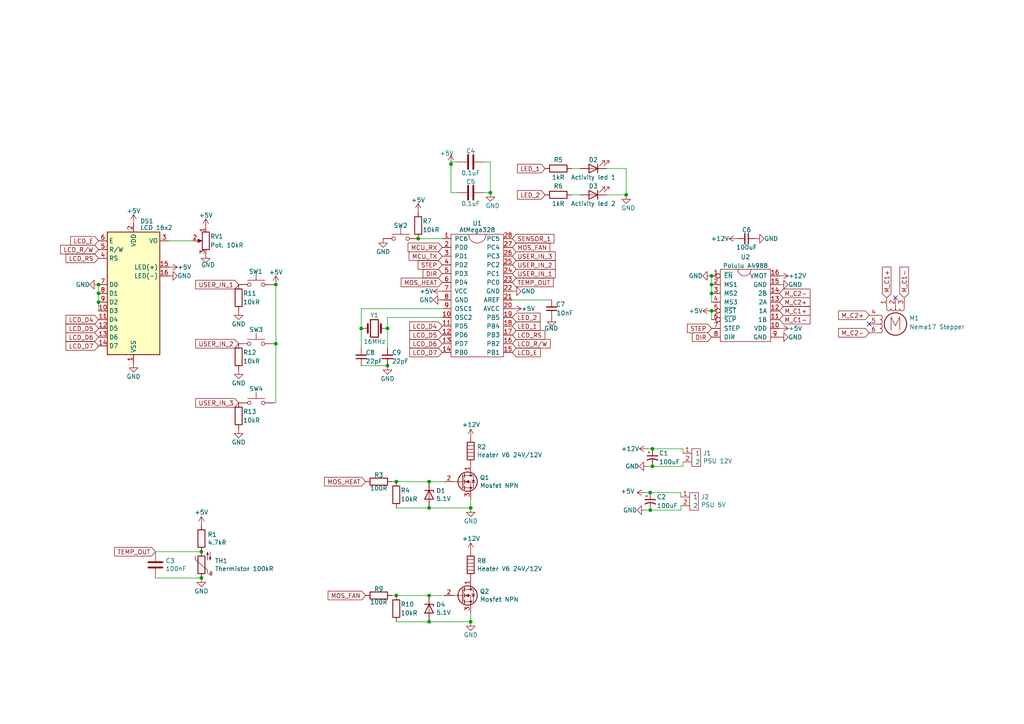
<source format=kicad_sch>
(kicad_sch (version 20211123) (generator eeschema)

  (uuid 5b6a8a7c-21e7-4572-bc90-b8b56832d74b)

  (paper "A4")

  (title_block
    (title "Filament recycling controller")
    (date "2022-10-09")
    (rev "1")
    (company "Benjamin Solar")
  )

  (lib_symbols
    (symbol "Device:C" (pin_numbers hide) (pin_names (offset 0.254)) (in_bom yes) (on_board yes)
      (property "Reference" "C" (id 0) (at 0.635 2.54 0)
        (effects (font (size 1.27 1.27)) (justify left))
      )
      (property "Value" "C" (id 1) (at 0.635 -2.54 0)
        (effects (font (size 1.27 1.27)) (justify left))
      )
      (property "Footprint" "" (id 2) (at 0.9652 -3.81 0)
        (effects (font (size 1.27 1.27)) hide)
      )
      (property "Datasheet" "~" (id 3) (at 0 0 0)
        (effects (font (size 1.27 1.27)) hide)
      )
      (property "ki_keywords" "cap capacitor" (id 4) (at 0 0 0)
        (effects (font (size 1.27 1.27)) hide)
      )
      (property "ki_description" "Unpolarized capacitor" (id 5) (at 0 0 0)
        (effects (font (size 1.27 1.27)) hide)
      )
      (property "ki_fp_filters" "C_*" (id 6) (at 0 0 0)
        (effects (font (size 1.27 1.27)) hide)
      )
      (symbol "C_0_1"
        (polyline
          (pts
            (xy -2.032 -0.762)
            (xy 2.032 -0.762)
          )
          (stroke (width 0.508) (type default) (color 0 0 0 0))
          (fill (type none))
        )
        (polyline
          (pts
            (xy -2.032 0.762)
            (xy 2.032 0.762)
          )
          (stroke (width 0.508) (type default) (color 0 0 0 0))
          (fill (type none))
        )
      )
      (symbol "C_1_1"
        (pin passive line (at 0 3.81 270) (length 2.794)
          (name "~" (effects (font (size 1.27 1.27))))
          (number "1" (effects (font (size 1.27 1.27))))
        )
        (pin passive line (at 0 -3.81 90) (length 2.794)
          (name "~" (effects (font (size 1.27 1.27))))
          (number "2" (effects (font (size 1.27 1.27))))
        )
      )
    )
    (symbol "Device:C_Small" (pin_numbers hide) (pin_names (offset 0.254) hide) (in_bom yes) (on_board yes)
      (property "Reference" "C" (id 0) (at 0.254 1.778 0)
        (effects (font (size 1.27 1.27)) (justify left))
      )
      (property "Value" "C_Small" (id 1) (at 0.254 -2.032 0)
        (effects (font (size 1.27 1.27)) (justify left))
      )
      (property "Footprint" "" (id 2) (at 0 0 0)
        (effects (font (size 1.27 1.27)) hide)
      )
      (property "Datasheet" "~" (id 3) (at 0 0 0)
        (effects (font (size 1.27 1.27)) hide)
      )
      (property "ki_keywords" "capacitor cap" (id 4) (at 0 0 0)
        (effects (font (size 1.27 1.27)) hide)
      )
      (property "ki_description" "Unpolarized capacitor, small symbol" (id 5) (at 0 0 0)
        (effects (font (size 1.27 1.27)) hide)
      )
      (property "ki_fp_filters" "C_*" (id 6) (at 0 0 0)
        (effects (font (size 1.27 1.27)) hide)
      )
      (symbol "C_Small_0_1"
        (polyline
          (pts
            (xy -1.524 -0.508)
            (xy 1.524 -0.508)
          )
          (stroke (width 0.3302) (type default) (color 0 0 0 0))
          (fill (type none))
        )
        (polyline
          (pts
            (xy -1.524 0.508)
            (xy 1.524 0.508)
          )
          (stroke (width 0.3048) (type default) (color 0 0 0 0))
          (fill (type none))
        )
      )
      (symbol "C_Small_1_1"
        (pin passive line (at 0 2.54 270) (length 2.032)
          (name "~" (effects (font (size 1.27 1.27))))
          (number "1" (effects (font (size 1.27 1.27))))
        )
        (pin passive line (at 0 -2.54 90) (length 2.032)
          (name "~" (effects (font (size 1.27 1.27))))
          (number "2" (effects (font (size 1.27 1.27))))
        )
      )
    )
    (symbol "Device:Crystal" (pin_numbers hide) (pin_names (offset 1.016) hide) (in_bom yes) (on_board yes)
      (property "Reference" "Y" (id 0) (at 0 3.81 0)
        (effects (font (size 1.27 1.27)))
      )
      (property "Value" "Crystal" (id 1) (at 0 -3.81 0)
        (effects (font (size 1.27 1.27)))
      )
      (property "Footprint" "" (id 2) (at 0 0 0)
        (effects (font (size 1.27 1.27)) hide)
      )
      (property "Datasheet" "~" (id 3) (at 0 0 0)
        (effects (font (size 1.27 1.27)) hide)
      )
      (property "ki_keywords" "quartz ceramic resonator oscillator" (id 4) (at 0 0 0)
        (effects (font (size 1.27 1.27)) hide)
      )
      (property "ki_description" "Two pin crystal" (id 5) (at 0 0 0)
        (effects (font (size 1.27 1.27)) hide)
      )
      (property "ki_fp_filters" "Crystal*" (id 6) (at 0 0 0)
        (effects (font (size 1.27 1.27)) hide)
      )
      (symbol "Crystal_0_1"
        (rectangle (start -1.143 2.54) (end 1.143 -2.54)
          (stroke (width 0.3048) (type default) (color 0 0 0 0))
          (fill (type none))
        )
        (polyline
          (pts
            (xy -2.54 0)
            (xy -1.905 0)
          )
          (stroke (width 0) (type default) (color 0 0 0 0))
          (fill (type none))
        )
        (polyline
          (pts
            (xy -1.905 -1.27)
            (xy -1.905 1.27)
          )
          (stroke (width 0.508) (type default) (color 0 0 0 0))
          (fill (type none))
        )
        (polyline
          (pts
            (xy 1.905 -1.27)
            (xy 1.905 1.27)
          )
          (stroke (width 0.508) (type default) (color 0 0 0 0))
          (fill (type none))
        )
        (polyline
          (pts
            (xy 2.54 0)
            (xy 1.905 0)
          )
          (stroke (width 0) (type default) (color 0 0 0 0))
          (fill (type none))
        )
      )
      (symbol "Crystal_1_1"
        (pin passive line (at -3.81 0 0) (length 1.27)
          (name "1" (effects (font (size 1.27 1.27))))
          (number "1" (effects (font (size 1.27 1.27))))
        )
        (pin passive line (at 3.81 0 180) (length 1.27)
          (name "2" (effects (font (size 1.27 1.27))))
          (number "2" (effects (font (size 1.27 1.27))))
        )
      )
    )
    (symbol "Device:D_Zener" (pin_numbers hide) (pin_names (offset 1.016) hide) (in_bom yes) (on_board yes)
      (property "Reference" "D" (id 0) (at 0 2.54 0)
        (effects (font (size 1.27 1.27)))
      )
      (property "Value" "D_Zener" (id 1) (at 0 -2.54 0)
        (effects (font (size 1.27 1.27)))
      )
      (property "Footprint" "" (id 2) (at 0 0 0)
        (effects (font (size 1.27 1.27)) hide)
      )
      (property "Datasheet" "~" (id 3) (at 0 0 0)
        (effects (font (size 1.27 1.27)) hide)
      )
      (property "ki_keywords" "diode" (id 4) (at 0 0 0)
        (effects (font (size 1.27 1.27)) hide)
      )
      (property "ki_description" "Zener diode" (id 5) (at 0 0 0)
        (effects (font (size 1.27 1.27)) hide)
      )
      (property "ki_fp_filters" "TO-???* *_Diode_* *SingleDiode* D_*" (id 6) (at 0 0 0)
        (effects (font (size 1.27 1.27)) hide)
      )
      (symbol "D_Zener_0_1"
        (polyline
          (pts
            (xy 1.27 0)
            (xy -1.27 0)
          )
          (stroke (width 0) (type default) (color 0 0 0 0))
          (fill (type none))
        )
        (polyline
          (pts
            (xy -1.27 -1.27)
            (xy -1.27 1.27)
            (xy -0.762 1.27)
          )
          (stroke (width 0.254) (type default) (color 0 0 0 0))
          (fill (type none))
        )
        (polyline
          (pts
            (xy 1.27 -1.27)
            (xy 1.27 1.27)
            (xy -1.27 0)
            (xy 1.27 -1.27)
          )
          (stroke (width 0.254) (type default) (color 0 0 0 0))
          (fill (type none))
        )
      )
      (symbol "D_Zener_1_1"
        (pin passive line (at -3.81 0 0) (length 2.54)
          (name "K" (effects (font (size 1.27 1.27))))
          (number "1" (effects (font (size 1.27 1.27))))
        )
        (pin passive line (at 3.81 0 180) (length 2.54)
          (name "A" (effects (font (size 1.27 1.27))))
          (number "2" (effects (font (size 1.27 1.27))))
        )
      )
    )
    (symbol "Device:Heater" (pin_numbers hide) (pin_names (offset 0)) (in_bom yes) (on_board yes)
      (property "Reference" "R" (id 0) (at 2.032 0 90)
        (effects (font (size 1.27 1.27)))
      )
      (property "Value" "Heater" (id 1) (at -2.032 0 90)
        (effects (font (size 1.27 1.27)))
      )
      (property "Footprint" "" (id 2) (at -1.778 0 90)
        (effects (font (size 1.27 1.27)) hide)
      )
      (property "Datasheet" "~" (id 3) (at 0 0 0)
        (effects (font (size 1.27 1.27)) hide)
      )
      (property "ki_keywords" "heater R resistor" (id 4) (at 0 0 0)
        (effects (font (size 1.27 1.27)) hide)
      )
      (property "ki_description" "Resistive heater" (id 5) (at 0 0 0)
        (effects (font (size 1.27 1.27)) hide)
      )
      (symbol "Heater_0_1"
        (rectangle (start -1.016 -2.54) (end 1.016 2.54)
          (stroke (width 0.254) (type default) (color 0 0 0 0))
          (fill (type none))
        )
        (polyline
          (pts
            (xy -1.016 1.524)
            (xy 1.016 1.524)
          )
          (stroke (width 0) (type default) (color 0 0 0 0))
          (fill (type none))
        )
        (polyline
          (pts
            (xy 1.016 -1.524)
            (xy -1.016 -1.524)
          )
          (stroke (width 0) (type default) (color 0 0 0 0))
          (fill (type none))
        )
        (polyline
          (pts
            (xy 1.016 -0.508)
            (xy -1.016 -0.508)
          )
          (stroke (width 0) (type default) (color 0 0 0 0))
          (fill (type none))
        )
        (polyline
          (pts
            (xy 1.016 0.508)
            (xy -1.016 0.508)
          )
          (stroke (width 0) (type default) (color 0 0 0 0))
          (fill (type none))
        )
      )
      (symbol "Heater_1_1"
        (pin passive line (at 0 3.81 270) (length 1.27)
          (name "~" (effects (font (size 1.27 1.27))))
          (number "1" (effects (font (size 1.27 1.27))))
        )
        (pin passive line (at 0 -3.81 90) (length 1.27)
          (name "~" (effects (font (size 1.27 1.27))))
          (number "2" (effects (font (size 1.27 1.27))))
        )
      )
    )
    (symbol "Device:LED" (pin_numbers hide) (pin_names (offset 1.016) hide) (in_bom yes) (on_board yes)
      (property "Reference" "D" (id 0) (at 0 2.54 0)
        (effects (font (size 1.27 1.27)))
      )
      (property "Value" "LED" (id 1) (at 0 -2.54 0)
        (effects (font (size 1.27 1.27)))
      )
      (property "Footprint" "" (id 2) (at 0 0 0)
        (effects (font (size 1.27 1.27)) hide)
      )
      (property "Datasheet" "~" (id 3) (at 0 0 0)
        (effects (font (size 1.27 1.27)) hide)
      )
      (property "ki_keywords" "LED diode" (id 4) (at 0 0 0)
        (effects (font (size 1.27 1.27)) hide)
      )
      (property "ki_description" "Light emitting diode" (id 5) (at 0 0 0)
        (effects (font (size 1.27 1.27)) hide)
      )
      (property "ki_fp_filters" "LED* LED_SMD:* LED_THT:*" (id 6) (at 0 0 0)
        (effects (font (size 1.27 1.27)) hide)
      )
      (symbol "LED_0_1"
        (polyline
          (pts
            (xy -1.27 -1.27)
            (xy -1.27 1.27)
          )
          (stroke (width 0.254) (type default) (color 0 0 0 0))
          (fill (type none))
        )
        (polyline
          (pts
            (xy -1.27 0)
            (xy 1.27 0)
          )
          (stroke (width 0) (type default) (color 0 0 0 0))
          (fill (type none))
        )
        (polyline
          (pts
            (xy 1.27 -1.27)
            (xy 1.27 1.27)
            (xy -1.27 0)
            (xy 1.27 -1.27)
          )
          (stroke (width 0.254) (type default) (color 0 0 0 0))
          (fill (type none))
        )
        (polyline
          (pts
            (xy -3.048 -0.762)
            (xy -4.572 -2.286)
            (xy -3.81 -2.286)
            (xy -4.572 -2.286)
            (xy -4.572 -1.524)
          )
          (stroke (width 0) (type default) (color 0 0 0 0))
          (fill (type none))
        )
        (polyline
          (pts
            (xy -1.778 -0.762)
            (xy -3.302 -2.286)
            (xy -2.54 -2.286)
            (xy -3.302 -2.286)
            (xy -3.302 -1.524)
          )
          (stroke (width 0) (type default) (color 0 0 0 0))
          (fill (type none))
        )
      )
      (symbol "LED_1_1"
        (pin passive line (at -3.81 0 0) (length 2.54)
          (name "K" (effects (font (size 1.27 1.27))))
          (number "1" (effects (font (size 1.27 1.27))))
        )
        (pin passive line (at 3.81 0 180) (length 2.54)
          (name "A" (effects (font (size 1.27 1.27))))
          (number "2" (effects (font (size 1.27 1.27))))
        )
      )
    )
    (symbol "Device:Q_NMOS_DGS" (pin_names (offset 0) hide) (in_bom yes) (on_board yes)
      (property "Reference" "Q" (id 0) (at 5.08 1.27 0)
        (effects (font (size 1.27 1.27)) (justify left))
      )
      (property "Value" "Q_NMOS_DGS" (id 1) (at 5.08 -1.27 0)
        (effects (font (size 1.27 1.27)) (justify left))
      )
      (property "Footprint" "" (id 2) (at 5.08 2.54 0)
        (effects (font (size 1.27 1.27)) hide)
      )
      (property "Datasheet" "~" (id 3) (at 0 0 0)
        (effects (font (size 1.27 1.27)) hide)
      )
      (property "ki_keywords" "transistor NMOS N-MOS N-MOSFET" (id 4) (at 0 0 0)
        (effects (font (size 1.27 1.27)) hide)
      )
      (property "ki_description" "N-MOSFET transistor, drain/gate/source" (id 5) (at 0 0 0)
        (effects (font (size 1.27 1.27)) hide)
      )
      (symbol "Q_NMOS_DGS_0_1"
        (polyline
          (pts
            (xy 0.254 0)
            (xy -2.54 0)
          )
          (stroke (width 0) (type default) (color 0 0 0 0))
          (fill (type none))
        )
        (polyline
          (pts
            (xy 0.254 1.905)
            (xy 0.254 -1.905)
          )
          (stroke (width 0.254) (type default) (color 0 0 0 0))
          (fill (type none))
        )
        (polyline
          (pts
            (xy 0.762 -1.27)
            (xy 0.762 -2.286)
          )
          (stroke (width 0.254) (type default) (color 0 0 0 0))
          (fill (type none))
        )
        (polyline
          (pts
            (xy 0.762 0.508)
            (xy 0.762 -0.508)
          )
          (stroke (width 0.254) (type default) (color 0 0 0 0))
          (fill (type none))
        )
        (polyline
          (pts
            (xy 0.762 2.286)
            (xy 0.762 1.27)
          )
          (stroke (width 0.254) (type default) (color 0 0 0 0))
          (fill (type none))
        )
        (polyline
          (pts
            (xy 2.54 2.54)
            (xy 2.54 1.778)
          )
          (stroke (width 0) (type default) (color 0 0 0 0))
          (fill (type none))
        )
        (polyline
          (pts
            (xy 2.54 -2.54)
            (xy 2.54 0)
            (xy 0.762 0)
          )
          (stroke (width 0) (type default) (color 0 0 0 0))
          (fill (type none))
        )
        (polyline
          (pts
            (xy 0.762 -1.778)
            (xy 3.302 -1.778)
            (xy 3.302 1.778)
            (xy 0.762 1.778)
          )
          (stroke (width 0) (type default) (color 0 0 0 0))
          (fill (type none))
        )
        (polyline
          (pts
            (xy 1.016 0)
            (xy 2.032 0.381)
            (xy 2.032 -0.381)
            (xy 1.016 0)
          )
          (stroke (width 0) (type default) (color 0 0 0 0))
          (fill (type outline))
        )
        (polyline
          (pts
            (xy 2.794 0.508)
            (xy 2.921 0.381)
            (xy 3.683 0.381)
            (xy 3.81 0.254)
          )
          (stroke (width 0) (type default) (color 0 0 0 0))
          (fill (type none))
        )
        (polyline
          (pts
            (xy 3.302 0.381)
            (xy 2.921 -0.254)
            (xy 3.683 -0.254)
            (xy 3.302 0.381)
          )
          (stroke (width 0) (type default) (color 0 0 0 0))
          (fill (type none))
        )
        (circle (center 1.651 0) (radius 2.794)
          (stroke (width 0.254) (type default) (color 0 0 0 0))
          (fill (type none))
        )
        (circle (center 2.54 -1.778) (radius 0.254)
          (stroke (width 0) (type default) (color 0 0 0 0))
          (fill (type outline))
        )
        (circle (center 2.54 1.778) (radius 0.254)
          (stroke (width 0) (type default) (color 0 0 0 0))
          (fill (type outline))
        )
      )
      (symbol "Q_NMOS_DGS_1_1"
        (pin passive line (at 2.54 5.08 270) (length 2.54)
          (name "D" (effects (font (size 1.27 1.27))))
          (number "1" (effects (font (size 1.27 1.27))))
        )
        (pin input line (at -5.08 0 0) (length 2.54)
          (name "G" (effects (font (size 1.27 1.27))))
          (number "2" (effects (font (size 1.27 1.27))))
        )
        (pin passive line (at 2.54 -5.08 90) (length 2.54)
          (name "S" (effects (font (size 1.27 1.27))))
          (number "3" (effects (font (size 1.27 1.27))))
        )
      )
    )
    (symbol "Device:R" (pin_numbers hide) (pin_names (offset 0)) (in_bom yes) (on_board yes)
      (property "Reference" "R" (id 0) (at 2.032 0 90)
        (effects (font (size 1.27 1.27)))
      )
      (property "Value" "R" (id 1) (at 0 0 90)
        (effects (font (size 1.27 1.27)))
      )
      (property "Footprint" "" (id 2) (at -1.778 0 90)
        (effects (font (size 1.27 1.27)) hide)
      )
      (property "Datasheet" "~" (id 3) (at 0 0 0)
        (effects (font (size 1.27 1.27)) hide)
      )
      (property "ki_keywords" "R res resistor" (id 4) (at 0 0 0)
        (effects (font (size 1.27 1.27)) hide)
      )
      (property "ki_description" "Resistor" (id 5) (at 0 0 0)
        (effects (font (size 1.27 1.27)) hide)
      )
      (property "ki_fp_filters" "R_*" (id 6) (at 0 0 0)
        (effects (font (size 1.27 1.27)) hide)
      )
      (symbol "R_0_1"
        (rectangle (start -1.016 -2.54) (end 1.016 2.54)
          (stroke (width 0.254) (type default) (color 0 0 0 0))
          (fill (type none))
        )
      )
      (symbol "R_1_1"
        (pin passive line (at 0 3.81 270) (length 1.27)
          (name "~" (effects (font (size 1.27 1.27))))
          (number "1" (effects (font (size 1.27 1.27))))
        )
        (pin passive line (at 0 -3.81 90) (length 1.27)
          (name "~" (effects (font (size 1.27 1.27))))
          (number "2" (effects (font (size 1.27 1.27))))
        )
      )
    )
    (symbol "Device:R_Potentiometer" (pin_names (offset 1.016) hide) (in_bom yes) (on_board yes)
      (property "Reference" "RV" (id 0) (at -4.445 0 90)
        (effects (font (size 1.27 1.27)))
      )
      (property "Value" "R_Potentiometer" (id 1) (at -2.54 0 90)
        (effects (font (size 1.27 1.27)))
      )
      (property "Footprint" "" (id 2) (at 0 0 0)
        (effects (font (size 1.27 1.27)) hide)
      )
      (property "Datasheet" "~" (id 3) (at 0 0 0)
        (effects (font (size 1.27 1.27)) hide)
      )
      (property "ki_keywords" "resistor variable" (id 4) (at 0 0 0)
        (effects (font (size 1.27 1.27)) hide)
      )
      (property "ki_description" "Potentiometer" (id 5) (at 0 0 0)
        (effects (font (size 1.27 1.27)) hide)
      )
      (property "ki_fp_filters" "Potentiometer*" (id 6) (at 0 0 0)
        (effects (font (size 1.27 1.27)) hide)
      )
      (symbol "R_Potentiometer_0_1"
        (polyline
          (pts
            (xy 2.54 0)
            (xy 1.524 0)
          )
          (stroke (width 0) (type default) (color 0 0 0 0))
          (fill (type none))
        )
        (polyline
          (pts
            (xy 1.143 0)
            (xy 2.286 0.508)
            (xy 2.286 -0.508)
            (xy 1.143 0)
          )
          (stroke (width 0) (type default) (color 0 0 0 0))
          (fill (type outline))
        )
        (rectangle (start 1.016 2.54) (end -1.016 -2.54)
          (stroke (width 0.254) (type default) (color 0 0 0 0))
          (fill (type none))
        )
      )
      (symbol "R_Potentiometer_1_1"
        (pin passive line (at 0 3.81 270) (length 1.27)
          (name "1" (effects (font (size 1.27 1.27))))
          (number "1" (effects (font (size 1.27 1.27))))
        )
        (pin passive line (at 3.81 0 180) (length 1.27)
          (name "2" (effects (font (size 1.27 1.27))))
          (number "2" (effects (font (size 1.27 1.27))))
        )
        (pin passive line (at 0 -3.81 90) (length 1.27)
          (name "3" (effects (font (size 1.27 1.27))))
          (number "3" (effects (font (size 1.27 1.27))))
        )
      )
    )
    (symbol "Device:Thermistor_NTC" (pin_numbers hide) (pin_names (offset 0)) (in_bom yes) (on_board yes)
      (property "Reference" "TH" (id 0) (at -4.445 0 90)
        (effects (font (size 1.27 1.27)))
      )
      (property "Value" "Thermistor_NTC" (id 1) (at 3.175 0 90)
        (effects (font (size 1.27 1.27)))
      )
      (property "Footprint" "" (id 2) (at 0 1.27 0)
        (effects (font (size 1.27 1.27)) hide)
      )
      (property "Datasheet" "~" (id 3) (at 0 1.27 0)
        (effects (font (size 1.27 1.27)) hide)
      )
      (property "ki_keywords" "thermistor NTC resistor sensor RTD" (id 4) (at 0 0 0)
        (effects (font (size 1.27 1.27)) hide)
      )
      (property "ki_description" "Temperature dependent resistor, negative temperature coefficient" (id 5) (at 0 0 0)
        (effects (font (size 1.27 1.27)) hide)
      )
      (property "ki_fp_filters" "*NTC* *Thermistor* PIN?ARRAY* bornier* *Terminal?Block* R_*" (id 6) (at 0 0 0)
        (effects (font (size 1.27 1.27)) hide)
      )
      (symbol "Thermistor_NTC_0_1"
        (arc (start -3.048 2.159) (mid -3.0495 2.3143) (end -3.175 2.413)
          (stroke (width 0) (type default) (color 0 0 0 0))
          (fill (type none))
        )
        (arc (start -3.048 2.159) (mid -2.9736 1.9794) (end -2.794 1.905)
          (stroke (width 0) (type default) (color 0 0 0 0))
          (fill (type none))
        )
        (arc (start -3.048 2.794) (mid -2.9736 2.6144) (end -2.794 2.54)
          (stroke (width 0) (type default) (color 0 0 0 0))
          (fill (type none))
        )
        (arc (start -2.794 1.905) (mid -2.6144 1.9794) (end -2.54 2.159)
          (stroke (width 0) (type default) (color 0 0 0 0))
          (fill (type none))
        )
        (arc (start -2.794 2.54) (mid -2.4393 2.5587) (end -2.159 2.794)
          (stroke (width 0) (type default) (color 0 0 0 0))
          (fill (type none))
        )
        (arc (start -2.794 3.048) (mid -2.9736 2.9736) (end -3.048 2.794)
          (stroke (width 0) (type default) (color 0 0 0 0))
          (fill (type none))
        )
        (arc (start -2.54 2.794) (mid -2.6144 2.9736) (end -2.794 3.048)
          (stroke (width 0) (type default) (color 0 0 0 0))
          (fill (type none))
        )
        (rectangle (start -1.016 2.54) (end 1.016 -2.54)
          (stroke (width 0.254) (type default) (color 0 0 0 0))
          (fill (type none))
        )
        (polyline
          (pts
            (xy -2.54 2.159)
            (xy -2.54 2.794)
          )
          (stroke (width 0) (type default) (color 0 0 0 0))
          (fill (type none))
        )
        (polyline
          (pts
            (xy -1.778 2.54)
            (xy -1.778 1.524)
            (xy 1.778 -1.524)
            (xy 1.778 -2.54)
          )
          (stroke (width 0) (type default) (color 0 0 0 0))
          (fill (type none))
        )
        (polyline
          (pts
            (xy -2.54 -3.683)
            (xy -2.54 -1.397)
            (xy -2.794 -2.159)
            (xy -2.286 -2.159)
            (xy -2.54 -1.397)
            (xy -2.54 -1.651)
          )
          (stroke (width 0) (type default) (color 0 0 0 0))
          (fill (type outline))
        )
        (polyline
          (pts
            (xy -1.778 -1.397)
            (xy -1.778 -3.683)
            (xy -2.032 -2.921)
            (xy -1.524 -2.921)
            (xy -1.778 -3.683)
            (xy -1.778 -3.429)
          )
          (stroke (width 0) (type default) (color 0 0 0 0))
          (fill (type outline))
        )
      )
      (symbol "Thermistor_NTC_1_1"
        (pin passive line (at 0 3.81 270) (length 1.27)
          (name "~" (effects (font (size 1.27 1.27))))
          (number "1" (effects (font (size 1.27 1.27))))
        )
        (pin passive line (at 0 -3.81 90) (length 1.27)
          (name "~" (effects (font (size 1.27 1.27))))
          (number "2" (effects (font (size 1.27 1.27))))
        )
      )
    )
    (symbol "Display_Character:WC1602A" (in_bom yes) (on_board yes)
      (property "Reference" "DS" (id 0) (at -5.842 19.05 0)
        (effects (font (size 1.27 1.27)))
      )
      (property "Value" "WC1602A" (id 1) (at 5.334 19.05 0)
        (effects (font (size 1.27 1.27)))
      )
      (property "Footprint" "Display:WC1602A" (id 2) (at 0 -22.86 0)
        (effects (font (size 1.27 1.27) italic) hide)
      )
      (property "Datasheet" "http://www.wincomlcd.com/pdf/WC1602A-SFYLYHTC06.pdf" (id 3) (at 17.78 0 0)
        (effects (font (size 1.27 1.27)) hide)
      )
      (property "ki_keywords" "display LCD dot-matrix" (id 4) (at 0 0 0)
        (effects (font (size 1.27 1.27)) hide)
      )
      (property "ki_description" "LCD 16x2 Alphanumeric , 8 bit parallel bus, 5V VDD" (id 5) (at 0 0 0)
        (effects (font (size 1.27 1.27)) hide)
      )
      (property "ki_fp_filters" "*WC*1602A*" (id 6) (at 0 0 0)
        (effects (font (size 1.27 1.27)) hide)
      )
      (symbol "WC1602A_1_1"
        (rectangle (start -7.62 17.78) (end 7.62 -17.78)
          (stroke (width 0.254) (type default) (color 0 0 0 0))
          (fill (type background))
        )
        (pin power_in line (at 0 -20.32 90) (length 2.54)
          (name "VSS" (effects (font (size 1.27 1.27))))
          (number "1" (effects (font (size 1.27 1.27))))
        )
        (pin input line (at -10.16 -5.08 0) (length 2.54)
          (name "D3" (effects (font (size 1.27 1.27))))
          (number "10" (effects (font (size 1.27 1.27))))
        )
        (pin input line (at -10.16 -7.62 0) (length 2.54)
          (name "D4" (effects (font (size 1.27 1.27))))
          (number "11" (effects (font (size 1.27 1.27))))
        )
        (pin input line (at -10.16 -10.16 0) (length 2.54)
          (name "D5" (effects (font (size 1.27 1.27))))
          (number "12" (effects (font (size 1.27 1.27))))
        )
        (pin input line (at -10.16 -12.7 0) (length 2.54)
          (name "D6" (effects (font (size 1.27 1.27))))
          (number "13" (effects (font (size 1.27 1.27))))
        )
        (pin input line (at -10.16 -15.24 0) (length 2.54)
          (name "D7" (effects (font (size 1.27 1.27))))
          (number "14" (effects (font (size 1.27 1.27))))
        )
        (pin power_in line (at 10.16 7.62 180) (length 2.54)
          (name "LED(+)" (effects (font (size 1.27 1.27))))
          (number "15" (effects (font (size 1.27 1.27))))
        )
        (pin power_in line (at 10.16 5.08 180) (length 2.54)
          (name "LED(-)" (effects (font (size 1.27 1.27))))
          (number "16" (effects (font (size 1.27 1.27))))
        )
        (pin power_in line (at 0 20.32 270) (length 2.54)
          (name "VDD" (effects (font (size 1.27 1.27))))
          (number "2" (effects (font (size 1.27 1.27))))
        )
        (pin input line (at 10.16 15.24 180) (length 2.54)
          (name "VO" (effects (font (size 1.27 1.27))))
          (number "3" (effects (font (size 1.27 1.27))))
        )
        (pin input line (at -10.16 10.16 0) (length 2.54)
          (name "RS" (effects (font (size 1.27 1.27))))
          (number "4" (effects (font (size 1.27 1.27))))
        )
        (pin input line (at -10.16 12.7 0) (length 2.54)
          (name "R/W" (effects (font (size 1.27 1.27))))
          (number "5" (effects (font (size 1.27 1.27))))
        )
        (pin input line (at -10.16 15.24 0) (length 2.54)
          (name "E" (effects (font (size 1.27 1.27))))
          (number "6" (effects (font (size 1.27 1.27))))
        )
        (pin input line (at -10.16 2.54 0) (length 2.54)
          (name "D0" (effects (font (size 1.27 1.27))))
          (number "7" (effects (font (size 1.27 1.27))))
        )
        (pin input line (at -10.16 0 0) (length 2.54)
          (name "D1" (effects (font (size 1.27 1.27))))
          (number "8" (effects (font (size 1.27 1.27))))
        )
        (pin input line (at -10.16 -2.54 0) (length 2.54)
          (name "D2" (effects (font (size 1.27 1.27))))
          (number "9" (effects (font (size 1.27 1.27))))
        )
      )
    )
    (symbol "Motor:Stepper_Motor_unipolar_6pin" (pin_names (offset 0) hide) (in_bom yes) (on_board yes)
      (property "Reference" "M" (id 0) (at 3.81 2.54 0)
        (effects (font (size 1.27 1.27)) (justify left))
      )
      (property "Value" "Stepper_Motor_unipolar_6pin" (id 1) (at 3.81 1.27 0)
        (effects (font (size 1.27 1.27)) (justify left top))
      )
      (property "Footprint" "" (id 2) (at 0.254 -0.254 0)
        (effects (font (size 1.27 1.27)) hide)
      )
      (property "Datasheet" "http://www.infineon.com/dgdl/Application-Note-TLE8110EE_driving_UniPolarStepperMotor_V1.1.pdf?fileId=db3a30431be39b97011be5d0aa0a00b0" (id 3) (at 0.254 -0.254 0)
        (effects (font (size 1.27 1.27)) hide)
      )
      (property "ki_keywords" "unipolar stepper motor" (id 4) (at 0 0 0)
        (effects (font (size 1.27 1.27)) hide)
      )
      (property "ki_description" "6-wire unipolar stepper motor" (id 5) (at 0 0 0)
        (effects (font (size 1.27 1.27)) hide)
      )
      (property "ki_fp_filters" "PinHeader*P2.54mm* TerminalBlock*" (id 6) (at 0 0 0)
        (effects (font (size 1.27 1.27)) hide)
      )
      (symbol "Stepper_Motor_unipolar_6pin_0_0"
        (polyline
          (pts
            (xy -1.27 -1.778)
            (xy -1.27 2.032)
            (xy 0 -0.508)
            (xy 1.27 2.032)
            (xy 1.27 -1.778)
          )
          (stroke (width 0) (type default) (color 0 0 0 0))
          (fill (type none))
        )
      )
      (symbol "Stepper_Motor_unipolar_6pin_0_1"
        (arc (start -4.445 -2.54) (mid -3.81 -1.905) (end -4.445 -1.27)
          (stroke (width 0) (type default) (color 0 0 0 0))
          (fill (type none))
        )
        (arc (start -4.445 -1.27) (mid -3.81 -0.635) (end -4.445 0)
          (stroke (width 0) (type default) (color 0 0 0 0))
          (fill (type none))
        )
        (arc (start -4.445 0) (mid -3.81 0.635) (end -4.445 1.27)
          (stroke (width 0) (type default) (color 0 0 0 0))
          (fill (type none))
        )
        (arc (start -4.445 1.27) (mid -3.81 1.905) (end -4.445 2.54)
          (stroke (width 0) (type default) (color 0 0 0 0))
          (fill (type none))
        )
        (arc (start -2.54 4.445) (mid -1.905 3.81) (end -1.27 4.445)
          (stroke (width 0) (type default) (color 0 0 0 0))
          (fill (type none))
        )
        (arc (start -1.27 4.445) (mid -0.635 3.81) (end 0 4.445)
          (stroke (width 0) (type default) (color 0 0 0 0))
          (fill (type none))
        )
        (polyline
          (pts
            (xy -5.08 -2.54)
            (xy -4.445 -2.54)
          )
          (stroke (width 0) (type default) (color 0 0 0 0))
          (fill (type none))
        )
        (polyline
          (pts
            (xy -5.08 2.54)
            (xy -4.445 2.54)
          )
          (stroke (width 0) (type default) (color 0 0 0 0))
          (fill (type none))
        )
        (polyline
          (pts
            (xy -4.445 0)
            (xy -5.08 0)
          )
          (stroke (width 0) (type default) (color 0 0 0 0))
          (fill (type none))
        )
        (polyline
          (pts
            (xy -2.54 4.445)
            (xy -2.54 5.08)
          )
          (stroke (width 0) (type default) (color 0 0 0 0))
          (fill (type none))
        )
        (polyline
          (pts
            (xy 0 4.445)
            (xy 0 5.08)
          )
          (stroke (width 0) (type default) (color 0 0 0 0))
          (fill (type none))
        )
        (polyline
          (pts
            (xy 2.54 4.445)
            (xy 2.54 5.08)
          )
          (stroke (width 0) (type default) (color 0 0 0 0))
          (fill (type none))
        )
        (circle (center 0 0) (radius 3.2512)
          (stroke (width 0.254) (type default) (color 0 0 0 0))
          (fill (type none))
        )
        (arc (start 0 4.445) (mid 0.635 3.81) (end 1.27 4.445)
          (stroke (width 0) (type default) (color 0 0 0 0))
          (fill (type none))
        )
        (arc (start 1.27 4.445) (mid 1.905 3.81) (end 2.54 4.445)
          (stroke (width 0) (type default) (color 0 0 0 0))
          (fill (type none))
        )
      )
      (symbol "Stepper_Motor_unipolar_6pin_1_1"
        (pin passive line (at -2.54 7.62 270) (length 2.54)
          (name "~" (effects (font (size 1.27 1.27))))
          (number "1" (effects (font (size 1.27 1.27))))
        )
        (pin passive line (at 0 7.62 270) (length 2.54)
          (name "~" (effects (font (size 1.27 1.27))))
          (number "2" (effects (font (size 1.27 1.27))))
        )
        (pin passive line (at 2.54 7.62 270) (length 2.54)
          (name "-" (effects (font (size 1.27 1.27))))
          (number "3" (effects (font (size 1.27 1.27))))
        )
        (pin passive line (at -7.62 2.54 0) (length 2.54)
          (name "~" (effects (font (size 1.27 1.27))))
          (number "4" (effects (font (size 1.27 1.27))))
        )
        (pin passive line (at -7.62 0 0) (length 2.54)
          (name "~" (effects (font (size 1.27 1.27))))
          (number "5" (effects (font (size 1.27 1.27))))
        )
        (pin passive line (at -7.62 -2.54 0) (length 2.54)
          (name "~" (effects (font (size 1.27 1.27))))
          (number "6" (effects (font (size 1.27 1.27))))
        )
      )
    )
    (symbol "Proto1-rescue:AtMega328_U=wPorts=-_AtMega" (pin_names (offset 1.016)) (in_bom yes) (on_board yes)
      (property "Reference" "U" (id 0) (at -1.27 0 90)
        (effects (font (size 1.27 1.27)))
      )
      (property "Value" "AtMega328_U=wPorts=-_AtMega" (id 1) (at 0 0 90)
        (effects (font (size 1.27 1.27)))
      )
      (property "Footprint" "" (id 2) (at -1.27 0 90)
        (effects (font (size 1.27 1.27)) hide)
      )
      (property "Datasheet" "" (id 3) (at -1.27 0 90)
        (effects (font (size 1.27 1.27)) hide)
      )
      (symbol "AtMega328_U=wPorts=-_AtMega_0_1"
        (rectangle (start -7.62 17.78) (end 7.62 -17.78)
          (stroke (width 0) (type default) (color 0 0 0 0))
          (fill (type none))
        )
        (arc (start -2.54 17.78) (mid 0 15.24) (end 2.54 17.78)
          (stroke (width 0) (type default) (color 0 0 0 0))
          (fill (type none))
        )
      )
      (symbol "AtMega328_U=wPorts=-_AtMega_1_1"
        (pin input line (at -10.16 16.51 0) (length 2.54)
          (name "PC6" (effects (font (size 1.27 1.27))))
          (number "1" (effects (font (size 1.27 1.27))))
        )
        (pin input line (at -10.16 -6.35 0) (length 2.54)
          (name "OSC2" (effects (font (size 1.27 1.27))))
          (number "10" (effects (font (size 1.27 1.27))))
        )
        (pin input line (at -10.16 -8.89 0) (length 2.54)
          (name "PD5" (effects (font (size 1.27 1.27))))
          (number "11" (effects (font (size 1.27 1.27))))
        )
        (pin input line (at -10.16 -11.43 0) (length 2.54)
          (name "PD6" (effects (font (size 1.27 1.27))))
          (number "12" (effects (font (size 1.27 1.27))))
        )
        (pin input line (at -10.16 -13.97 0) (length 2.54)
          (name "PD7" (effects (font (size 1.27 1.27))))
          (number "13" (effects (font (size 1.27 1.27))))
        )
        (pin input line (at -10.16 -16.51 0) (length 2.54)
          (name "PB0" (effects (font (size 1.27 1.27))))
          (number "14" (effects (font (size 1.27 1.27))))
        )
        (pin input line (at 10.16 -16.51 180) (length 2.54)
          (name "PB1" (effects (font (size 1.27 1.27))))
          (number "15" (effects (font (size 1.27 1.27))))
        )
        (pin input line (at 10.16 -13.97 180) (length 2.54)
          (name "PB2" (effects (font (size 1.27 1.27))))
          (number "16" (effects (font (size 1.27 1.27))))
        )
        (pin input line (at 10.16 -11.43 180) (length 2.54)
          (name "PB3" (effects (font (size 1.27 1.27))))
          (number "17" (effects (font (size 1.27 1.27))))
        )
        (pin input line (at 10.16 -8.89 180) (length 2.54)
          (name "PB4" (effects (font (size 1.27 1.27))))
          (number "18" (effects (font (size 1.27 1.27))))
        )
        (pin input line (at 10.16 -6.35 180) (length 2.54)
          (name "PB5" (effects (font (size 1.27 1.27))))
          (number "19" (effects (font (size 1.27 1.27))))
        )
        (pin input line (at -10.16 13.97 0) (length 2.54)
          (name "PD0" (effects (font (size 1.27 1.27))))
          (number "2" (effects (font (size 1.27 1.27))))
        )
        (pin input line (at 10.16 -3.81 180) (length 2.54)
          (name "AVCC" (effects (font (size 1.27 1.27))))
          (number "20" (effects (font (size 1.27 1.27))))
        )
        (pin input line (at 10.16 -1.27 180) (length 2.54)
          (name "AREF" (effects (font (size 1.27 1.27))))
          (number "21" (effects (font (size 1.27 1.27))))
        )
        (pin input line (at 10.16 1.27 180) (length 2.54)
          (name "GND" (effects (font (size 1.27 1.27))))
          (number "22" (effects (font (size 1.27 1.27))))
        )
        (pin input line (at 10.16 3.81 180) (length 2.54)
          (name "PC0" (effects (font (size 1.27 1.27))))
          (number "23" (effects (font (size 1.27 1.27))))
        )
        (pin input line (at 10.16 6.35 180) (length 2.54)
          (name "PC1" (effects (font (size 1.27 1.27))))
          (number "24" (effects (font (size 1.27 1.27))))
        )
        (pin input line (at 10.16 8.89 180) (length 2.54)
          (name "PC2" (effects (font (size 1.27 1.27))))
          (number "25" (effects (font (size 1.27 1.27))))
        )
        (pin input line (at 10.16 11.43 180) (length 2.54)
          (name "PC3" (effects (font (size 1.27 1.27))))
          (number "26" (effects (font (size 1.27 1.27))))
        )
        (pin input line (at 10.16 13.97 180) (length 2.54)
          (name "PC4" (effects (font (size 1.27 1.27))))
          (number "27" (effects (font (size 1.27 1.27))))
        )
        (pin input line (at 10.16 16.51 180) (length 2.54)
          (name "PC5" (effects (font (size 1.27 1.27))))
          (number "28" (effects (font (size 1.27 1.27))))
        )
        (pin input line (at -10.16 11.43 0) (length 2.54)
          (name "PD1" (effects (font (size 1.27 1.27))))
          (number "3" (effects (font (size 1.27 1.27))))
        )
        (pin input line (at -10.16 8.89 0) (length 2.54)
          (name "PD2" (effects (font (size 1.27 1.27))))
          (number "4" (effects (font (size 1.27 1.27))))
        )
        (pin input line (at -10.16 6.35 0) (length 2.54)
          (name "PD3" (effects (font (size 1.27 1.27))))
          (number "5" (effects (font (size 1.27 1.27))))
        )
        (pin input line (at -10.16 3.81 0) (length 2.54)
          (name "PD4" (effects (font (size 1.27 1.27))))
          (number "6" (effects (font (size 1.27 1.27))))
        )
        (pin input line (at -10.16 1.27 0) (length 2.54)
          (name "VCC" (effects (font (size 1.27 1.27))))
          (number "7" (effects (font (size 1.27 1.27))))
        )
        (pin input line (at -10.16 -1.27 0) (length 2.54)
          (name "GND" (effects (font (size 1.27 1.27))))
          (number "8" (effects (font (size 1.27 1.27))))
        )
        (pin input line (at -10.16 -3.81 0) (length 2.54)
          (name "OSC1" (effects (font (size 1.27 1.27))))
          (number "9" (effects (font (size 1.27 1.27))))
        )
      )
    )
    (symbol "Proto1-rescue:CP1_Small-Device" (pin_numbers hide) (pin_names (offset 0.254) hide) (in_bom yes) (on_board yes)
      (property "Reference" "C" (id 0) (at 0.254 1.778 0)
        (effects (font (size 1.27 1.27)) (justify left))
      )
      (property "Value" "CP1_Small-Device" (id 1) (at 0.254 -2.032 0)
        (effects (font (size 1.27 1.27)) (justify left))
      )
      (property "Footprint" "" (id 2) (at 0 0 0)
        (effects (font (size 1.27 1.27)) hide)
      )
      (property "Datasheet" "" (id 3) (at 0 0 0)
        (effects (font (size 1.27 1.27)) hide)
      )
      (property "ki_fp_filters" "CP_*" (id 4) (at 0 0 0)
        (effects (font (size 1.27 1.27)) hide)
      )
      (symbol "CP1_Small-Device_0_1"
        (polyline
          (pts
            (xy -1.524 0.508)
            (xy 1.524 0.508)
          )
          (stroke (width 0.3048) (type default) (color 0 0 0 0))
          (fill (type none))
        )
        (polyline
          (pts
            (xy -1.27 1.524)
            (xy -0.762 1.524)
          )
          (stroke (width 0) (type default) (color 0 0 0 0))
          (fill (type none))
        )
        (polyline
          (pts
            (xy -1.016 1.27)
            (xy -1.016 1.778)
          )
          (stroke (width 0) (type default) (color 0 0 0 0))
          (fill (type none))
        )
        (arc (start 1.524 -0.762) (mid 0 -0.3734) (end -1.524 -0.762)
          (stroke (width 0.3048) (type default) (color 0 0 0 0))
          (fill (type none))
        )
      )
      (symbol "CP1_Small-Device_1_1"
        (pin passive line (at 0 2.54 270) (length 2.032)
          (name "~" (effects (font (size 1.27 1.27))))
          (number "1" (effects (font (size 1.27 1.27))))
        )
        (pin passive line (at 0 -2.54 90) (length 2.032)
          (name "~" (effects (font (size 1.27 1.27))))
          (number "2" (effects (font (size 1.27 1.27))))
        )
      )
    )
    (symbol "Switch:SW_Push" (pin_numbers hide) (pin_names (offset 1.016) hide) (in_bom yes) (on_board yes)
      (property "Reference" "SW" (id 0) (at -1.27 3.175 0)
        (effects (font (size 1.27 1.27)) (justify left))
      )
      (property "Value" "SW_Push" (id 1) (at 0 -1.524 0)
        (effects (font (size 1.27 1.27)) hide)
      )
      (property "Footprint" "" (id 2) (at 0 5.08 0)
        (effects (font (size 1.27 1.27)) hide)
      )
      (property "Datasheet" "~" (id 3) (at 0 5.08 0)
        (effects (font (size 1.27 1.27)) hide)
      )
      (property "ki_keywords" "switch normally-open pushbutton push-button" (id 4) (at 0 0 0)
        (effects (font (size 1.27 1.27)) hide)
      )
      (property "ki_description" "Push button switch, generic, two pins" (id 5) (at 0 0 0)
        (effects (font (size 1.27 1.27)) hide)
      )
      (symbol "SW_Push_0_1"
        (circle (center -2.032 0) (radius 0.508)
          (stroke (width 0) (type default) (color 0 0 0 0))
          (fill (type none))
        )
        (polyline
          (pts
            (xy 0 1.27)
            (xy 0 3.048)
          )
          (stroke (width 0) (type default) (color 0 0 0 0))
          (fill (type none))
        )
        (polyline
          (pts
            (xy 2.54 1.27)
            (xy -2.54 1.27)
          )
          (stroke (width 0) (type default) (color 0 0 0 0))
          (fill (type none))
        )
        (circle (center 2.032 0) (radius 0.508)
          (stroke (width 0) (type default) (color 0 0 0 0))
          (fill (type none))
        )
        (pin passive line (at -5.08 0 0) (length 2.54)
          (name "1" (effects (font (size 1.27 1.27))))
          (number "1" (effects (font (size 1.27 1.27))))
        )
        (pin passive line (at 5.08 0 180) (length 2.54)
          (name "2" (effects (font (size 1.27 1.27))))
          (number "2" (effects (font (size 1.27 1.27))))
        )
      )
    )
    (symbol "_Connectors:2PinHeader" (pin_names (offset 1.016)) (in_bom yes) (on_board yes)
      (property "Reference" "J" (id 0) (at -5.08 0 90)
        (effects (font (size 1.27 1.27)))
      )
      (property "Value" "2PinHeader" (id 1) (at -3.81 0 90)
        (effects (font (size 1.27 1.27)))
      )
      (property "Footprint" "" (id 2) (at -5.08 0 90)
        (effects (font (size 1.27 1.27)) hide)
      )
      (property "Datasheet" "" (id 3) (at -5.08 0 90)
        (effects (font (size 1.27 1.27)) hide)
      )
      (symbol "2PinHeader_0_1"
        (rectangle (start -2.54 2.54) (end 0 -2.54)
          (stroke (width 0) (type default) (color 0 0 0 0))
          (fill (type none))
        )
      )
      (symbol "2PinHeader_1_1"
        (pin input line (at 2.54 1.27 180) (length 2.54)
          (name "1" (effects (font (size 1.27 1.27))))
          (number "1" (effects (font (size 1.27 1.27))))
        )
        (pin input line (at 2.54 -1.27 180) (length 2.54)
          (name "2" (effects (font (size 1.27 1.27))))
          (number "2" (effects (font (size 1.27 1.27))))
        )
      )
    )
    (symbol "_Embedded:Polulu_A4988" (pin_names (offset 1.016)) (in_bom yes) (on_board yes)
      (property "Reference" "U" (id 0) (at -0.635 0 90)
        (effects (font (size 1.27 1.27)))
      )
      (property "Value" "Polulu_A4988" (id 1) (at 0.635 0 90)
        (effects (font (size 1.27 1.27)))
      )
      (property "Footprint" "" (id 2) (at -1.27 0 90)
        (effects (font (size 1.27 1.27)) hide)
      )
      (property "Datasheet" "C:\\Users\\Benjamin\\Documents\\Datasheets\\MotorDriver\\A4988.pdf" (id 3) (at -1.27 0 90)
        (effects (font (size 1.27 1.27)) hide)
      )
      (property "ki_keywords" "Stepper" (id 4) (at 0 0 0)
        (effects (font (size 1.27 1.27)) hide)
      )
      (property "ki_description" "Stepper motor driver" (id 5) (at 0 0 0)
        (effects (font (size 1.27 1.27)) hide)
      )
      (symbol "Polulu_A4988_0_1"
        (rectangle (start -6.985 10.795) (end 7.62 -10.16)
          (stroke (width 0) (type default) (color 0 0 0 0))
          (fill (type none))
        )
        (arc (start -1.905 10.795) (mid 0 8.89) (end 1.905 10.795)
          (stroke (width 0) (type default) (color 0 0 0 0))
          (fill (type none))
        )
      )
      (symbol "Polulu_A4988_1_1"
        (pin input inverted (at -9.525 8.89 0) (length 2.54)
          (name "~{EN}" (effects (font (size 1.27 1.27))))
          (number "1" (effects (font (size 1.27 1.27))))
        )
        (pin input line (at 10.16 -6.35 180) (length 2.54)
          (name "VDD" (effects (font (size 1.27 1.27))))
          (number "10" (effects (font (size 1.27 1.27))))
        )
        (pin input line (at 10.16 -3.81 180) (length 2.54)
          (name "1B" (effects (font (size 1.27 1.27))))
          (number "11" (effects (font (size 1.27 1.27))))
        )
        (pin input line (at 10.16 -1.27 180) (length 2.54)
          (name "1A" (effects (font (size 1.27 1.27))))
          (number "12" (effects (font (size 1.27 1.27))))
        )
        (pin input line (at 10.16 1.27 180) (length 2.54)
          (name "2A" (effects (font (size 1.27 1.27))))
          (number "13" (effects (font (size 1.27 1.27))))
        )
        (pin input line (at 10.16 3.81 180) (length 2.54)
          (name "2B" (effects (font (size 1.27 1.27))))
          (number "14" (effects (font (size 1.27 1.27))))
        )
        (pin input line (at 10.16 6.35 180) (length 2.54)
          (name "GND" (effects (font (size 1.27 1.27))))
          (number "15" (effects (font (size 1.27 1.27))))
        )
        (pin input line (at 10.16 8.89 180) (length 2.54)
          (name "VMOT" (effects (font (size 1.27 1.27))))
          (number "16" (effects (font (size 1.27 1.27))))
        )
        (pin input line (at -9.525 6.35 0) (length 2.54)
          (name "MS1" (effects (font (size 1.27 1.27))))
          (number "2" (effects (font (size 1.27 1.27))))
        )
        (pin input line (at -9.525 3.81 0) (length 2.54)
          (name "MS2" (effects (font (size 1.27 1.27))))
          (number "3" (effects (font (size 1.27 1.27))))
        )
        (pin input line (at -9.525 1.27 0) (length 2.54)
          (name "MS3" (effects (font (size 1.27 1.27))))
          (number "4" (effects (font (size 1.27 1.27))))
        )
        (pin input inverted (at -9.525 -1.27 0) (length 2.54)
          (name "~{RST}" (effects (font (size 1.27 1.27))))
          (number "5" (effects (font (size 1.27 1.27))))
        )
        (pin input inverted (at -9.525 -3.81 0) (length 2.54)
          (name "~{SLP}" (effects (font (size 1.27 1.27))))
          (number "6" (effects (font (size 1.27 1.27))))
        )
        (pin input line (at -9.525 -6.35 0) (length 2.54)
          (name "STEP" (effects (font (size 1.27 1.27))))
          (number "7" (effects (font (size 1.27 1.27))))
        )
        (pin input line (at -9.525 -8.89 0) (length 2.54)
          (name "DIR" (effects (font (size 1.27 1.27))))
          (number "8" (effects (font (size 1.27 1.27))))
        )
        (pin input line (at 10.16 -8.89 180) (length 2.54)
          (name "GND" (effects (font (size 1.27 1.27))))
          (number "9" (effects (font (size 1.27 1.27))))
        )
      )
    )
    (symbol "power:+12V" (power) (pin_names (offset 0)) (in_bom yes) (on_board yes)
      (property "Reference" "#PWR" (id 0) (at 0 -3.81 0)
        (effects (font (size 1.27 1.27)) hide)
      )
      (property "Value" "+12V" (id 1) (at 0 3.556 0)
        (effects (font (size 1.27 1.27)))
      )
      (property "Footprint" "" (id 2) (at 0 0 0)
        (effects (font (size 1.27 1.27)) hide)
      )
      (property "Datasheet" "" (id 3) (at 0 0 0)
        (effects (font (size 1.27 1.27)) hide)
      )
      (property "ki_keywords" "power-flag" (id 4) (at 0 0 0)
        (effects (font (size 1.27 1.27)) hide)
      )
      (property "ki_description" "Power symbol creates a global label with name \"+12V\"" (id 5) (at 0 0 0)
        (effects (font (size 1.27 1.27)) hide)
      )
      (symbol "+12V_0_1"
        (polyline
          (pts
            (xy -0.762 1.27)
            (xy 0 2.54)
          )
          (stroke (width 0) (type default) (color 0 0 0 0))
          (fill (type none))
        )
        (polyline
          (pts
            (xy 0 0)
            (xy 0 2.54)
          )
          (stroke (width 0) (type default) (color 0 0 0 0))
          (fill (type none))
        )
        (polyline
          (pts
            (xy 0 2.54)
            (xy 0.762 1.27)
          )
          (stroke (width 0) (type default) (color 0 0 0 0))
          (fill (type none))
        )
      )
      (symbol "+12V_1_1"
        (pin power_in line (at 0 0 90) (length 0) hide
          (name "+12V" (effects (font (size 1.27 1.27))))
          (number "1" (effects (font (size 1.27 1.27))))
        )
      )
    )
    (symbol "power:+5V" (power) (pin_names (offset 0)) (in_bom yes) (on_board yes)
      (property "Reference" "#PWR" (id 0) (at 0 -3.81 0)
        (effects (font (size 1.27 1.27)) hide)
      )
      (property "Value" "+5V" (id 1) (at 0 3.556 0)
        (effects (font (size 1.27 1.27)))
      )
      (property "Footprint" "" (id 2) (at 0 0 0)
        (effects (font (size 1.27 1.27)) hide)
      )
      (property "Datasheet" "" (id 3) (at 0 0 0)
        (effects (font (size 1.27 1.27)) hide)
      )
      (property "ki_keywords" "power-flag" (id 4) (at 0 0 0)
        (effects (font (size 1.27 1.27)) hide)
      )
      (property "ki_description" "Power symbol creates a global label with name \"+5V\"" (id 5) (at 0 0 0)
        (effects (font (size 1.27 1.27)) hide)
      )
      (symbol "+5V_0_1"
        (polyline
          (pts
            (xy -0.762 1.27)
            (xy 0 2.54)
          )
          (stroke (width 0) (type default) (color 0 0 0 0))
          (fill (type none))
        )
        (polyline
          (pts
            (xy 0 0)
            (xy 0 2.54)
          )
          (stroke (width 0) (type default) (color 0 0 0 0))
          (fill (type none))
        )
        (polyline
          (pts
            (xy 0 2.54)
            (xy 0.762 1.27)
          )
          (stroke (width 0) (type default) (color 0 0 0 0))
          (fill (type none))
        )
      )
      (symbol "+5V_1_1"
        (pin power_in line (at 0 0 90) (length 0) hide
          (name "+5V" (effects (font (size 1.27 1.27))))
          (number "1" (effects (font (size 1.27 1.27))))
        )
      )
    )
    (symbol "power:GND" (power) (pin_names (offset 0)) (in_bom yes) (on_board yes)
      (property "Reference" "#PWR" (id 0) (at 0 -6.35 0)
        (effects (font (size 1.27 1.27)) hide)
      )
      (property "Value" "GND" (id 1) (at 0 -3.81 0)
        (effects (font (size 1.27 1.27)))
      )
      (property "Footprint" "" (id 2) (at 0 0 0)
        (effects (font (size 1.27 1.27)) hide)
      )
      (property "Datasheet" "" (id 3) (at 0 0 0)
        (effects (font (size 1.27 1.27)) hide)
      )
      (property "ki_keywords" "power-flag" (id 4) (at 0 0 0)
        (effects (font (size 1.27 1.27)) hide)
      )
      (property "ki_description" "Power symbol creates a global label with name \"GND\" , ground" (id 5) (at 0 0 0)
        (effects (font (size 1.27 1.27)) hide)
      )
      (symbol "GND_0_1"
        (polyline
          (pts
            (xy 0 0)
            (xy 0 -1.27)
            (xy 1.27 -1.27)
            (xy 0 -2.54)
            (xy -1.27 -1.27)
            (xy 0 -1.27)
          )
          (stroke (width 0) (type default) (color 0 0 0 0))
          (fill (type none))
        )
      )
      (symbol "GND_1_1"
        (pin power_in line (at 0 0 270) (length 0) hide
          (name "GND" (effects (font (size 1.27 1.27))))
          (number "1" (effects (font (size 1.27 1.27))))
        )
      )
    )
  )

  (junction (at 136.525 180.34) (diameter 0) (color 0 0 0 0)
    (uuid 02fa410e-fb65-4c91-8f33-4af226d662a4)
  )
  (junction (at 104.775 95.25) (diameter 0) (color 0 0 0 0)
    (uuid 0bd0913b-7d71-4fbf-96c1-fec829456dab)
  )
  (junction (at 124.46 139.7) (diameter 0) (color 0 0 0 0)
    (uuid 1ab39e3f-4de0-4ac2-98ca-761029b42f77)
  )
  (junction (at 130.81 47.625) (diameter 0) (color 0 0 0 0)
    (uuid 20f58489-95c6-42e4-ae29-50eeffda6713)
  )
  (junction (at 58.42 167.64) (diameter 0) (color 0 0 0 0)
    (uuid 28cca5ad-4db9-4d93-920d-f810c572ca44)
  )
  (junction (at 80.01 99.695) (diameter 0) (color 0 0 0 0)
    (uuid 2d07f42b-973d-4a92-8f18-6cf5415b47c6)
  )
  (junction (at 124.46 147.32) (diameter 0) (color 0 0 0 0)
    (uuid 34d941b4-6979-4dff-bfec-0874bab05f90)
  )
  (junction (at 114.935 172.72) (diameter 0) (color 0 0 0 0)
    (uuid 42445035-1d8b-4d41-899a-fe41a4ca9d4b)
  )
  (junction (at 181.61 56.515) (diameter 0) (color 0 0 0 0)
    (uuid 48fb8995-8552-47f0-a9b5-d4c71e49e3f4)
  )
  (junction (at 124.46 172.72) (diameter 0) (color 0 0 0 0)
    (uuid 5511ed49-7111-4f49-9d5e-a65dc0850dd2)
  )
  (junction (at 136.525 147.32) (diameter 0) (color 0 0 0 0)
    (uuid 6c4481f0-4fdd-4e14-a7bd-34abe3499df0)
  )
  (junction (at 121.285 69.215) (diameter 0) (color 0 0 0 0)
    (uuid 6ea430e1-2170-497c-b6d8-a96e4b730806)
  )
  (junction (at 189.23 130.175) (diameter 0) (color 0 0 0 0)
    (uuid 710a5088-958a-4034-887d-c1138b893aeb)
  )
  (junction (at 206.375 82.55) (diameter 0) (color 0 0 0 0)
    (uuid 71447e65-72f7-4a76-97e3-afd44150e229)
  )
  (junction (at 58.42 160.02) (diameter 0) (color 0 0 0 0)
    (uuid 7e4d5574-6675-4f04-8955-b0b29d621042)
  )
  (junction (at 112.395 95.25) (diameter 0) (color 0 0 0 0)
    (uuid 8436fc56-8772-4e7a-b318-7c78a64a7bb4)
  )
  (junction (at 124.46 180.34) (diameter 0) (color 0 0 0 0)
    (uuid 8a379b4a-77f4-4865-b88c-dfeadc710308)
  )
  (junction (at 188.595 147.955) (diameter 0) (color 0 0 0 0)
    (uuid 9947d5b1-b047-42ec-a514-6a6ccdc01029)
  )
  (junction (at 28.575 87.63) (diameter 0) (color 0 0 0 0)
    (uuid ad369085-fdec-490e-98a2-cf9456b67e9b)
  )
  (junction (at 206.375 90.17) (diameter 0) (color 0 0 0 0)
    (uuid af7906a8-883f-48bb-8a9f-ced66523f9e2)
  )
  (junction (at 142.24 55.88) (diameter 0) (color 0 0 0 0)
    (uuid b9412760-1dd9-44e3-b571-f5812d76223c)
  )
  (junction (at 112.395 106.045) (diameter 0) (color 0 0 0 0)
    (uuid b9a67d12-7332-4244-9963-17f9c756eca6)
  )
  (junction (at 189.23 135.255) (diameter 0) (color 0 0 0 0)
    (uuid d6f05aba-b670-4fc8-8994-6499960398d7)
  )
  (junction (at 114.935 139.7) (diameter 0) (color 0 0 0 0)
    (uuid dc70be1a-4231-4601-a5b3-97b5c0aa4645)
  )
  (junction (at 206.375 80.01) (diameter 0) (color 0 0 0 0)
    (uuid e044fd92-78be-479b-badb-d668924b584d)
  )
  (junction (at 80.01 82.55) (diameter 0) (color 0 0 0 0)
    (uuid ea716618-1432-40cc-ad5a-0759a64ff33c)
  )
  (junction (at 28.575 85.09) (diameter 0) (color 0 0 0 0)
    (uuid eb960d3c-252a-4191-ab76-cd7e5518f918)
  )
  (junction (at 28.575 82.55) (diameter 0) (color 0 0 0 0)
    (uuid ee3f9459-cc5c-4af7-abe2-202fad5d452b)
  )
  (junction (at 188.595 142.875) (diameter 0) (color 0 0 0 0)
    (uuid fcb287b8-a802-4922-9713-e751068ac0fa)
  )
  (junction (at 206.375 85.09) (diameter 0) (color 0 0 0 0)
    (uuid ff95a66b-e8c1-4839-892e-0c3b5caeb686)
  )

  (no_connect (at 252.095 93.98) (uuid 76ed7b05-1168-48d1-aafb-f577930d95bf))
  (no_connect (at 259.715 86.36) (uuid 76ed7b05-1168-48d1-aafb-f577930d95c0))

  (wire (pts (xy 187.96 130.175) (xy 189.23 130.175))
    (stroke (width 0) (type default) (color 0 0 0 0))
    (uuid 01116bac-7858-4a5c-b9eb-1ba981f8acaf)
  )
  (wire (pts (xy 142.24 46.99) (xy 142.24 55.88))
    (stroke (width 0) (type default) (color 0 0 0 0))
    (uuid 018b36b0-4ea2-4af2-9491-3120b7f22d10)
  )
  (wire (pts (xy 124.46 139.7) (xy 128.905 139.7))
    (stroke (width 0) (type default) (color 0 0 0 0))
    (uuid 07e9f3df-fb77-4ce6-92b9-2bd462bbda99)
  )
  (wire (pts (xy 112.395 92.075) (xy 128.27 92.075))
    (stroke (width 0) (type default) (color 0 0 0 0))
    (uuid 0aa5bae2-39b2-4fa8-a436-a9891a058adc)
  )
  (wire (pts (xy 114.935 139.7) (xy 124.46 139.7))
    (stroke (width 0) (type default) (color 0 0 0 0))
    (uuid 10151d52-585f-41f8-95bb-c1f952c29cde)
  )
  (wire (pts (xy 48.895 69.85) (xy 55.88 69.85))
    (stroke (width 0) (type default) (color 0 0 0 0))
    (uuid 10a9cd04-c760-472c-a960-232e63186d31)
  )
  (wire (pts (xy 198.12 130.175) (xy 198.12 131.445))
    (stroke (width 0) (type default) (color 0 0 0 0))
    (uuid 14c5cc03-2c09-4c88-a800-b6c871506127)
  )
  (wire (pts (xy 80.01 116.84) (xy 79.375 116.84))
    (stroke (width 0) (type default) (color 0 0 0 0))
    (uuid 1ac1fd46-2e95-4324-91f3-241f814308ae)
  )
  (wire (pts (xy 104.775 89.535) (xy 104.775 95.25))
    (stroke (width 0) (type default) (color 0 0 0 0))
    (uuid 1e80cb3e-eb29-4baf-be18-fcd3ddf10b80)
  )
  (wire (pts (xy 181.61 56.515) (xy 175.895 56.515))
    (stroke (width 0) (type default) (color 0 0 0 0))
    (uuid 2dfd9fde-01e3-4025-be3d-d6f66e8551c3)
  )
  (wire (pts (xy 104.775 95.25) (xy 104.775 100.965))
    (stroke (width 0) (type default) (color 0 0 0 0))
    (uuid 2eb0a3ae-3176-4014-a5fd-d87d6ebb1534)
  )
  (wire (pts (xy 45.085 167.64) (xy 58.42 167.64))
    (stroke (width 0) (type default) (color 0 0 0 0))
    (uuid 302b26c7-b22c-4de0-98b9-d2a507ea43fc)
  )
  (wire (pts (xy 112.395 92.075) (xy 112.395 95.25))
    (stroke (width 0) (type default) (color 0 0 0 0))
    (uuid 36cac3c5-078a-4c23-a328-68646a3462f2)
  )
  (wire (pts (xy 165.735 48.895) (xy 168.275 48.895))
    (stroke (width 0) (type default) (color 0 0 0 0))
    (uuid 3f63641a-2b68-479b-b8c7-8e1c4514db5c)
  )
  (wire (pts (xy 124.46 180.34) (xy 136.525 180.34))
    (stroke (width 0) (type default) (color 0 0 0 0))
    (uuid 431e9ca6-6fc9-4330-9825-211a7d2a4821)
  )
  (wire (pts (xy 124.46 147.32) (xy 136.525 147.32))
    (stroke (width 0) (type default) (color 0 0 0 0))
    (uuid 4fd4f1b1-1f21-4d11-8ba3-8cc2f1baba1e)
  )
  (wire (pts (xy 104.775 89.535) (xy 128.27 89.535))
    (stroke (width 0) (type default) (color 0 0 0 0))
    (uuid 543880cb-9557-4ec2-84d8-cbfc0527f8bd)
  )
  (wire (pts (xy 80.01 82.55) (xy 79.375 82.55))
    (stroke (width 0) (type default) (color 0 0 0 0))
    (uuid 55f939d0-1546-4a2c-ac8b-6c4d74b2984b)
  )
  (wire (pts (xy 80.01 82.55) (xy 80.01 99.695))
    (stroke (width 0) (type default) (color 0 0 0 0))
    (uuid 5db6fb9c-2908-4a75-a22d-d1a983e17ed4)
  )
  (wire (pts (xy 148.59 86.995) (xy 160.02 86.995))
    (stroke (width 0) (type default) (color 0 0 0 0))
    (uuid 67955497-44f9-4beb-8d87-40893b99d9e7)
  )
  (wire (pts (xy 130.81 47.625) (xy 130.81 55.88))
    (stroke (width 0) (type default) (color 0 0 0 0))
    (uuid 68b89e1b-43ba-44a7-9824-5fa43310ff7b)
  )
  (wire (pts (xy 45.085 160.02) (xy 58.42 160.02))
    (stroke (width 0) (type default) (color 0 0 0 0))
    (uuid 6eedd58e-e8a6-40cc-8a3d-2acc4d635a70)
  )
  (wire (pts (xy 124.46 172.72) (xy 128.905 172.72))
    (stroke (width 0) (type default) (color 0 0 0 0))
    (uuid 6f054209-f3f6-481b-b9ea-a617c1312389)
  )
  (wire (pts (xy 142.24 46.99) (xy 140.335 46.99))
    (stroke (width 0) (type default) (color 0 0 0 0))
    (uuid 705b2026-41b7-407e-8820-31658fb71636)
  )
  (wire (pts (xy 113.665 139.7) (xy 114.935 139.7))
    (stroke (width 0) (type default) (color 0 0 0 0))
    (uuid 7108c3df-edae-4137-a200-55aafaf82426)
  )
  (wire (pts (xy 113.665 172.72) (xy 114.935 172.72))
    (stroke (width 0) (type default) (color 0 0 0 0))
    (uuid 710a6fdf-9cc7-4356-8cd6-927afa1a8293)
  )
  (wire (pts (xy 136.525 147.32) (xy 136.525 144.78))
    (stroke (width 0) (type default) (color 0 0 0 0))
    (uuid 74e3a1e6-72f3-4c94-b9aa-4d23156447e6)
  )
  (wire (pts (xy 80.01 99.695) (xy 79.375 99.695))
    (stroke (width 0) (type default) (color 0 0 0 0))
    (uuid 755c9d9a-bb40-405e-8e8f-7e6c5cc4d923)
  )
  (wire (pts (xy 206.375 90.17) (xy 206.375 92.71))
    (stroke (width 0) (type default) (color 0 0 0 0))
    (uuid 80dbe50b-fbad-4dc7-8ee9-609d4cd3d520)
  )
  (wire (pts (xy 165.735 56.515) (xy 168.275 56.515))
    (stroke (width 0) (type default) (color 0 0 0 0))
    (uuid 87ae9047-b6fe-40fb-828d-609e04d2038a)
  )
  (wire (pts (xy 187.325 147.955) (xy 188.595 147.955))
    (stroke (width 0) (type default) (color 0 0 0 0))
    (uuid 8d393ab6-8fce-446a-a18a-76a021f9aa60)
  )
  (wire (pts (xy 28.575 85.09) (xy 28.575 87.63))
    (stroke (width 0) (type default) (color 0 0 0 0))
    (uuid 92b1146d-2c1c-4aa7-9469-7fb0c8e547fe)
  )
  (wire (pts (xy 206.375 85.09) (xy 206.375 87.63))
    (stroke (width 0) (type default) (color 0 0 0 0))
    (uuid 92d996a9-fd04-4a03-b275-37e9046b9c56)
  )
  (wire (pts (xy 28.575 87.63) (xy 28.575 90.17))
    (stroke (width 0) (type default) (color 0 0 0 0))
    (uuid 93d3f81a-8fe5-42f4-ab1c-b9bf704c02de)
  )
  (wire (pts (xy 114.935 147.32) (xy 124.46 147.32))
    (stroke (width 0) (type default) (color 0 0 0 0))
    (uuid 9498698e-0872-46a5-abdf-4a7344c8e775)
  )
  (wire (pts (xy 206.375 80.01) (xy 206.375 82.55))
    (stroke (width 0) (type default) (color 0 0 0 0))
    (uuid 9511ed32-e479-43dd-a1dc-6976f6386501)
  )
  (wire (pts (xy 198.12 135.255) (xy 198.12 133.985))
    (stroke (width 0) (type default) (color 0 0 0 0))
    (uuid 9eb0b186-70d1-408e-9dc5-c3e35ab71f69)
  )
  (wire (pts (xy 197.485 142.875) (xy 197.485 144.145))
    (stroke (width 0) (type default) (color 0 0 0 0))
    (uuid 9fd707c2-02f9-438d-8efd-c1ea682da11e)
  )
  (wire (pts (xy 188.595 147.955) (xy 197.485 147.955))
    (stroke (width 0) (type default) (color 0 0 0 0))
    (uuid a07a6218-9a54-4d82-95d3-32bd1ad39fb6)
  )
  (wire (pts (xy 189.23 130.175) (xy 198.12 130.175))
    (stroke (width 0) (type default) (color 0 0 0 0))
    (uuid a09250c6-f5b8-4efb-91ed-a39e4d6cda4d)
  )
  (wire (pts (xy 104.775 106.045) (xy 112.395 106.045))
    (stroke (width 0) (type default) (color 0 0 0 0))
    (uuid a84bbb8c-1703-42ba-887e-b6dd5eaa86fa)
  )
  (wire (pts (xy 189.23 135.255) (xy 198.12 135.255))
    (stroke (width 0) (type default) (color 0 0 0 0))
    (uuid a936532f-90d1-4b9a-ac30-2ac7bdaa6557)
  )
  (wire (pts (xy 114.935 172.72) (xy 124.46 172.72))
    (stroke (width 0) (type default) (color 0 0 0 0))
    (uuid ab199a72-d758-4d8c-86cd-09021dd0775a)
  )
  (wire (pts (xy 130.81 46.99) (xy 132.715 46.99))
    (stroke (width 0) (type default) (color 0 0 0 0))
    (uuid b3be759c-baa4-4ae4-8b4c-24aed59f6820)
  )
  (wire (pts (xy 80.01 99.695) (xy 80.01 116.84))
    (stroke (width 0) (type default) (color 0 0 0 0))
    (uuid b8d6d555-c4ae-4263-acd5-7c8bf9004705)
  )
  (wire (pts (xy 112.395 100.965) (xy 112.395 95.25))
    (stroke (width 0) (type default) (color 0 0 0 0))
    (uuid bbeffc22-ce4f-491d-b09b-bda145111748)
  )
  (wire (pts (xy 181.61 48.895) (xy 181.61 56.515))
    (stroke (width 0) (type default) (color 0 0 0 0))
    (uuid be2b1092-6f71-4e7d-8b35-bec331fbb531)
  )
  (wire (pts (xy 197.485 147.955) (xy 197.485 146.685))
    (stroke (width 0) (type default) (color 0 0 0 0))
    (uuid bec95382-39e3-42bc-b2aa-cdece7e08734)
  )
  (wire (pts (xy 142.24 55.88) (xy 140.335 55.88))
    (stroke (width 0) (type default) (color 0 0 0 0))
    (uuid c227cd8b-1f9a-4f93-81fe-2a21cb23a88c)
  )
  (wire (pts (xy 206.375 82.55) (xy 206.375 85.09))
    (stroke (width 0) (type default) (color 0 0 0 0))
    (uuid c4c6aaab-b631-4036-98c0-49ec1c65385b)
  )
  (wire (pts (xy 130.81 55.88) (xy 132.715 55.88))
    (stroke (width 0) (type default) (color 0 0 0 0))
    (uuid c64d6c04-2b7b-4828-bd24-2fa11e296963)
  )
  (wire (pts (xy 187.325 142.875) (xy 188.595 142.875))
    (stroke (width 0) (type default) (color 0 0 0 0))
    (uuid c6e60288-c245-476e-bb29-e68f5f047b71)
  )
  (wire (pts (xy 187.96 135.255) (xy 189.23 135.255))
    (stroke (width 0) (type default) (color 0 0 0 0))
    (uuid ca71c59b-b4d9-4898-b0c7-168805531b8f)
  )
  (wire (pts (xy 175.895 48.895) (xy 181.61 48.895))
    (stroke (width 0) (type default) (color 0 0 0 0))
    (uuid d24896ae-6b10-4ad1-b9f0-2af2eafef3d9)
  )
  (wire (pts (xy 136.525 180.34) (xy 136.525 177.8))
    (stroke (width 0) (type default) (color 0 0 0 0))
    (uuid dab293c1-b05c-452d-9056-f4cee7eec0d2)
  )
  (wire (pts (xy 121.285 69.215) (xy 128.27 69.215))
    (stroke (width 0) (type default) (color 0 0 0 0))
    (uuid dfa76ef2-ce16-4f86-8501-bc8dbfa134b2)
  )
  (wire (pts (xy 188.595 142.875) (xy 197.485 142.875))
    (stroke (width 0) (type default) (color 0 0 0 0))
    (uuid e09b4aed-068d-4263-ace3-98511a1b85b0)
  )
  (wire (pts (xy 114.935 180.34) (xy 124.46 180.34))
    (stroke (width 0) (type default) (color 0 0 0 0))
    (uuid e1131a7f-e1f0-4f44-a9bc-1c8cd939b0b9)
  )
  (wire (pts (xy 130.81 46.99) (xy 130.81 47.625))
    (stroke (width 0) (type default) (color 0 0 0 0))
    (uuid e5e87a17-9941-4424-b2d1-cb041ff55029)
  )
  (wire (pts (xy 28.575 82.55) (xy 28.575 85.09))
    (stroke (width 0) (type default) (color 0 0 0 0))
    (uuid fb2b7128-a25d-4e1d-af4c-0e7c782542b7)
  )

  (global_label "M_C1-" (shape input) (at 262.255 86.36 90) (fields_autoplaced)
    (effects (font (size 1.27 1.27)) (justify left))
    (uuid 04e0cab9-aa99-4aa4-b347-d2119924c034)
    (property "Intersheet References" "${INTERSHEET_REFS}" (id 0) (at 72.39 13.335 0)
      (effects (font (size 1.27 1.27)) hide)
    )
  )
  (global_label "LED_1" (shape input) (at 158.115 48.895 180) (fields_autoplaced)
    (effects (font (size 1.27 1.27)) (justify right))
    (uuid 0ade3509-1977-40ff-b350-6efbd8566f75)
    (property "Intersheet References" "${INTERSHEET_REFS}" (id 0) (at 150.1665 48.8156 0)
      (effects (font (size 1.27 1.27)) (justify right) hide)
    )
  )
  (global_label "TEMP_OUT" (shape input) (at 148.59 81.915 0) (fields_autoplaced)
    (effects (font (size 1.27 1.27)) (justify left))
    (uuid 0efa545b-d9d6-4c6e-b07c-f24e69440f49)
    (property "Intersheet References" "${INTERSHEET_REFS}" (id 0) (at 160.3485 81.9944 0)
      (effects (font (size 1.27 1.27)) (justify left) hide)
    )
  )
  (global_label "LCD_E" (shape input) (at 148.59 102.235 0) (fields_autoplaced)
    (effects (font (size 1.27 1.27)) (justify left))
    (uuid 14e179a3-c4ab-4909-8193-7f0bc943b256)
    (property "Intersheet References" "${INTERSHEET_REFS}" (id 0) (at 156.599 102.3144 0)
      (effects (font (size 1.27 1.27)) (justify left) hide)
    )
  )
  (global_label "LCD_D4" (shape input) (at 128.27 94.615 180) (fields_autoplaced)
    (effects (font (size 1.27 1.27)) (justify right))
    (uuid 1d216e3d-13e8-4375-aeda-5780e61645b9)
    (property "Intersheet References" "${INTERSHEET_REFS}" (id 0) (at 118.9306 94.5356 0)
      (effects (font (size 1.27 1.27)) (justify right) hide)
    )
  )
  (global_label "TEMP_OUT" (shape input) (at 45.085 160.02 180) (fields_autoplaced)
    (effects (font (size 1.27 1.27)) (justify right))
    (uuid 1fba6b92-b73c-4c85-b714-956d1b02eeb1)
    (property "Intersheet References" "${INTERSHEET_REFS}" (id 0) (at 33.3265 159.9406 0)
      (effects (font (size 1.27 1.27)) (justify right) hide)
    )
  )
  (global_label "MOS_HEAT" (shape input) (at 128.27 81.915 180) (fields_autoplaced)
    (effects (font (size 1.27 1.27)) (justify right))
    (uuid 22dcead6-61cf-47e8-a348-7303feec49c5)
    (property "Intersheet References" "${INTERSHEET_REFS}" (id 0) (at 116.451 81.8356 0)
      (effects (font (size 1.27 1.27)) (justify right) hide)
    )
  )
  (global_label "LED_1" (shape input) (at 148.59 94.615 0) (fields_autoplaced)
    (effects (font (size 1.27 1.27)) (justify left))
    (uuid 29aa1d29-bbec-484e-a9fa-87bbc5f0a90b)
    (property "Intersheet References" "${INTERSHEET_REFS}" (id 0) (at 156.5385 94.6944 0)
      (effects (font (size 1.27 1.27)) (justify left) hide)
    )
  )
  (global_label "LCD_R{slash}W" (shape input) (at 148.59 99.695 0) (fields_autoplaced)
    (effects (font (size 1.27 1.27)) (justify left))
    (uuid 2c8aad75-d5d2-4efd-860f-0a79c4a1fe6b)
    (property "Intersheet References" "${INTERSHEET_REFS}" (id 0) (at 159.5018 99.7744 0)
      (effects (font (size 1.27 1.27)) (justify left) hide)
    )
  )
  (global_label "MCU_TX" (shape input) (at 128.27 74.295 180) (fields_autoplaced)
    (effects (font (size 1.27 1.27)) (justify right))
    (uuid 3369d3a9-932c-4297-bbc8-847b6225d415)
    (property "Intersheet References" "${INTERSHEET_REFS}" (id 0) (at 118.7491 74.2156 0)
      (effects (font (size 1.27 1.27)) (justify right) hide)
    )
  )
  (global_label "M_C1+" (shape input) (at 257.175 86.36 90) (fields_autoplaced)
    (effects (font (size 1.27 1.27)) (justify left))
    (uuid 395f3ac0-de25-4bfd-a2df-8856e5b4851a)
    (property "Intersheet References" "${INTERSHEET_REFS}" (id 0) (at 72.39 13.335 0)
      (effects (font (size 1.27 1.27)) hide)
    )
  )
  (global_label "LCD_D6" (shape input) (at 128.27 99.695 180) (fields_autoplaced)
    (effects (font (size 1.27 1.27)) (justify right))
    (uuid 42fc458d-d283-4dfe-8496-db6541c347ba)
    (property "Intersheet References" "${INTERSHEET_REFS}" (id 0) (at 118.9306 99.6156 0)
      (effects (font (size 1.27 1.27)) (justify right) hide)
    )
  )
  (global_label "MCU_RX" (shape input) (at 128.27 71.755 180) (fields_autoplaced)
    (effects (font (size 1.27 1.27)) (justify right))
    (uuid 4607c196-4d4b-41b1-beef-7ffd15fcff00)
    (property "Intersheet References" "${INTERSHEET_REFS}" (id 0) (at 118.4468 71.6756 0)
      (effects (font (size 1.27 1.27)) (justify right) hide)
    )
  )
  (global_label "M_C2-" (shape input) (at 226.06 85.09 0) (fields_autoplaced)
    (effects (font (size 1.27 1.27)) (justify left))
    (uuid 488b4019-0c45-4328-b74f-f427ed146f79)
    (property "Intersheet References" "${INTERSHEET_REFS}" (id 0) (at 69.215 10.795 0)
      (effects (font (size 1.27 1.27)) hide)
    )
  )
  (global_label "LED_2" (shape input) (at 158.115 56.515 180)
    (effects (font (size 1.27 1.27)) (justify right))
    (uuid 4c413430-ae91-4dd4-a172-409d88e0ffb9)
    (property "Intersheet References" "${INTERSHEET_REFS}" (id 0) (at 150.1665 56.4356 0)
      (effects (font (size 1.27 1.27)) (justify right) hide)
    )
  )
  (global_label "LCD_E" (shape input) (at 28.575 69.85 180) (fields_autoplaced)
    (effects (font (size 1.27 1.27)) (justify right))
    (uuid 4d1e8022-9998-47e8-8bf3-015f99d40c23)
    (property "Intersheet References" "${INTERSHEET_REFS}" (id 0) (at 20.566 69.7706 0)
      (effects (font (size 1.27 1.27)) (justify right) hide)
    )
  )
  (global_label "M_C1-" (shape input) (at 226.06 92.71 0) (fields_autoplaced)
    (effects (font (size 1.27 1.27)) (justify left))
    (uuid 52828760-3bd5-45fe-8138-8dfea19e7f68)
    (property "Intersheet References" "${INTERSHEET_REFS}" (id 0) (at 69.215 10.795 0)
      (effects (font (size 1.27 1.27)) hide)
    )
  )
  (global_label "USER_IN_1" (shape input) (at 69.215 82.55 180) (fields_autoplaced)
    (effects (font (size 1.27 1.27)) (justify right))
    (uuid 5a7dce37-ee15-4f45-b0dd-b64bdc085a9f)
    (property "Intersheet References" "${INTERSHEET_REFS}" (id 0) (at 56.8518 82.4706 0)
      (effects (font (size 1.27 1.27)) (justify right) hide)
    )
  )
  (global_label "SENSOR_1" (shape input) (at 148.59 69.215 0) (fields_autoplaced)
    (effects (font (size 1.27 1.27)) (justify left))
    (uuid 5c85fed0-b0f3-442e-be34-1af6e4128701)
    (property "Intersheet References" "${INTERSHEET_REFS}" (id 0) (at 160.5904 69.1356 0)
      (effects (font (size 1.27 1.27)) (justify left) hide)
    )
  )
  (global_label "M_C1+" (shape input) (at 226.06 90.17 0) (fields_autoplaced)
    (effects (font (size 1.27 1.27)) (justify left))
    (uuid 5fc1a9a1-9ac9-4e76-9134-b18fe1cbd28f)
    (property "Intersheet References" "${INTERSHEET_REFS}" (id 0) (at 69.215 10.795 0)
      (effects (font (size 1.27 1.27)) hide)
    )
  )
  (global_label "LCD_RS" (shape input) (at 28.575 74.93 180) (fields_autoplaced)
    (effects (font (size 1.27 1.27)) (justify right))
    (uuid 65ab13f4-e1f7-48b6-bfaa-1d4e651f50b6)
    (property "Intersheet References" "${INTERSHEET_REFS}" (id 0) (at 19.2356 74.8506 0)
      (effects (font (size 1.27 1.27)) (justify right) hide)
    )
  )
  (global_label "LCD_D6" (shape input) (at 28.575 97.79 180) (fields_autoplaced)
    (effects (font (size 1.27 1.27)) (justify right))
    (uuid 690f33e2-328a-4615-9bae-c67884d5b973)
    (property "Intersheet References" "${INTERSHEET_REFS}" (id 0) (at 19.2356 97.7106 0)
      (effects (font (size 1.27 1.27)) (justify right) hide)
    )
  )
  (global_label "USER_IN_2" (shape input) (at 148.59 76.835 0) (fields_autoplaced)
    (effects (font (size 1.27 1.27)) (justify left))
    (uuid 6c230390-e9e4-473b-8277-b556c174ab51)
    (property "Intersheet References" "${INTERSHEET_REFS}" (id 0) (at 160.9532 76.9144 0)
      (effects (font (size 1.27 1.27)) (justify left) hide)
    )
  )
  (global_label "MOS_FAN" (shape input) (at 148.59 71.755 0) (fields_autoplaced)
    (effects (font (size 1.27 1.27)) (justify left))
    (uuid 70c856ed-8268-46c0-a2db-a3e5be65562f)
    (property "Intersheet References" "${INTERSHEET_REFS}" (id 0) (at 159.3809 71.8344 0)
      (effects (font (size 1.27 1.27)) (justify left) hide)
    )
  )
  (global_label "DIR" (shape input) (at 128.27 79.375 180) (fields_autoplaced)
    (effects (font (size 1.27 1.27)) (justify right))
    (uuid 815f3ea2-5915-488b-a8bb-b44ec0c71850)
    (property "Intersheet References" "${INTERSHEET_REFS}" (id 0) (at 31.75 14.605 0)
      (effects (font (size 1.27 1.27)) hide)
    )
  )
  (global_label "LCD_D7" (shape input) (at 128.27 102.235 180) (fields_autoplaced)
    (effects (font (size 1.27 1.27)) (justify right))
    (uuid 9c1423c8-b546-4a8f-a94c-a09b07cb18e0)
    (property "Intersheet References" "${INTERSHEET_REFS}" (id 0) (at 118.9306 102.1556 0)
      (effects (font (size 1.27 1.27)) (justify right) hide)
    )
  )
  (global_label "LED_2" (shape input) (at 148.59 92.075 0)
    (effects (font (size 1.27 1.27)) (justify left))
    (uuid 9ce754d0-e1c6-4180-b499-9c8aa141fabc)
    (property "Intersheet References" "${INTERSHEET_REFS}" (id 0) (at 156.5385 92.1544 0)
      (effects (font (size 1.27 1.27)) (justify left) hide)
    )
  )
  (global_label "DIR" (shape input) (at 206.375 97.79 180) (fields_autoplaced)
    (effects (font (size 1.27 1.27)) (justify right))
    (uuid a57dce95-aad8-4fa2-928f-879097c0e1c7)
    (property "Intersheet References" "${INTERSHEET_REFS}" (id 0) (at 69.215 10.795 0)
      (effects (font (size 1.27 1.27)) hide)
    )
  )
  (global_label "USER_IN_3" (shape input) (at 69.215 116.84 180) (fields_autoplaced)
    (effects (font (size 1.27 1.27)) (justify right))
    (uuid acca10ee-14f7-42b7-be2b-e59b99671787)
    (property "Intersheet References" "${INTERSHEET_REFS}" (id 0) (at 56.8518 116.7606 0)
      (effects (font (size 1.27 1.27)) (justify right) hide)
    )
  )
  (global_label "LCD_D4" (shape input) (at 28.575 92.71 180) (fields_autoplaced)
    (effects (font (size 1.27 1.27)) (justify right))
    (uuid ad2bf9f0-aab9-41ec-a10e-c3231b427a1c)
    (property "Intersheet References" "${INTERSHEET_REFS}" (id 0) (at 19.2356 92.6306 0)
      (effects (font (size 1.27 1.27)) (justify right) hide)
    )
  )
  (global_label "LCD_R{slash}W" (shape input) (at 28.575 72.39 180) (fields_autoplaced)
    (effects (font (size 1.27 1.27)) (justify right))
    (uuid b041b4c4-0ccf-4f24-9af0-c9fda0fc0847)
    (property "Intersheet References" "${INTERSHEET_REFS}" (id 0) (at 17.6632 72.3106 0)
      (effects (font (size 1.27 1.27)) (justify right) hide)
    )
  )
  (global_label "MOS_HEAT" (shape input) (at 106.045 139.7 180) (fields_autoplaced)
    (effects (font (size 1.27 1.27)) (justify right))
    (uuid b4d3d91a-a63c-4e80-8eb7-82b577646146)
    (property "Intersheet References" "${INTERSHEET_REFS}" (id 0) (at 94.226 139.6206 0)
      (effects (font (size 1.27 1.27)) (justify right) hide)
    )
  )
  (global_label "LCD_D7" (shape input) (at 28.575 100.33 180) (fields_autoplaced)
    (effects (font (size 1.27 1.27)) (justify right))
    (uuid c41511d7-b485-4bd4-87b4-c60d9f4408fc)
    (property "Intersheet References" "${INTERSHEET_REFS}" (id 0) (at 19.2356 100.2506 0)
      (effects (font (size 1.27 1.27)) (justify right) hide)
    )
  )
  (global_label "M_C2+" (shape input) (at 252.095 91.44 180) (fields_autoplaced)
    (effects (font (size 1.27 1.27)) (justify right))
    (uuid c9c007fe-3d09-439c-92ea-0b2c7675c3ab)
    (property "Intersheet References" "${INTERSHEET_REFS}" (id 0) (at 72.39 13.335 0)
      (effects (font (size 1.27 1.27)) hide)
    )
  )
  (global_label "STEP" (shape input) (at 206.375 95.25 180) (fields_autoplaced)
    (effects (font (size 1.27 1.27)) (justify right))
    (uuid d4d1a321-1824-47df-b954-378e1591f71c)
    (property "Intersheet References" "${INTERSHEET_REFS}" (id 0) (at 69.215 10.795 0)
      (effects (font (size 1.27 1.27)) hide)
    )
  )
  (global_label "USER_IN_1" (shape input) (at 148.59 79.375 0) (fields_autoplaced)
    (effects (font (size 1.27 1.27)) (justify left))
    (uuid d58e5aed-f0b4-4ea8-97d6-ea27a85262ee)
    (property "Intersheet References" "${INTERSHEET_REFS}" (id 0) (at 160.9532 79.4544 0)
      (effects (font (size 1.27 1.27)) (justify left) hide)
    )
  )
  (global_label "LCD_D5" (shape input) (at 28.575 95.25 180) (fields_autoplaced)
    (effects (font (size 1.27 1.27)) (justify right))
    (uuid d6f93d37-47f4-4aae-bfe2-89fef4ba91c9)
    (property "Intersheet References" "${INTERSHEET_REFS}" (id 0) (at 19.2356 95.1706 0)
      (effects (font (size 1.27 1.27)) (justify right) hide)
    )
  )
  (global_label "LCD_D5" (shape input) (at 128.27 97.155 180) (fields_autoplaced)
    (effects (font (size 1.27 1.27)) (justify right))
    (uuid dc60391a-001f-460c-8131-a30a879575de)
    (property "Intersheet References" "${INTERSHEET_REFS}" (id 0) (at 118.9306 97.0756 0)
      (effects (font (size 1.27 1.27)) (justify right) hide)
    )
  )
  (global_label "M_C2-" (shape input) (at 252.095 96.52 180) (fields_autoplaced)
    (effects (font (size 1.27 1.27)) (justify right))
    (uuid de17dc78-056e-4969-98de-eefed6431d4a)
    (property "Intersheet References" "${INTERSHEET_REFS}" (id 0) (at 72.39 13.335 0)
      (effects (font (size 1.27 1.27)) hide)
    )
  )
  (global_label "LCD_RS" (shape input) (at 148.59 97.155 0) (fields_autoplaced)
    (effects (font (size 1.27 1.27)) (justify left))
    (uuid e7734c9a-0580-4d76-9f5d-8be9e8900bff)
    (property "Intersheet References" "${INTERSHEET_REFS}" (id 0) (at 157.9294 97.2344 0)
      (effects (font (size 1.27 1.27)) (justify left) hide)
    )
  )
  (global_label "STEP" (shape input) (at 128.27 76.835 180) (fields_autoplaced)
    (effects (font (size 1.27 1.27)) (justify right))
    (uuid ef82a8ff-5d5c-4eab-93db-fbb5c6913a21)
    (property "Intersheet References" "${INTERSHEET_REFS}" (id 0) (at 31.75 14.605 0)
      (effects (font (size 1.27 1.27)) hide)
    )
  )
  (global_label "MOS_FAN" (shape input) (at 106.045 172.72 180) (fields_autoplaced)
    (effects (font (size 1.27 1.27)) (justify right))
    (uuid f28c01b4-5d8c-4be4-b7e4-363b1071a915)
    (property "Intersheet References" "${INTERSHEET_REFS}" (id 0) (at 95.2541 172.6406 0)
      (effects (font (size 1.27 1.27)) (justify right) hide)
    )
  )
  (global_label "M_C2+" (shape input) (at 226.06 87.63 0) (fields_autoplaced)
    (effects (font (size 1.27 1.27)) (justify left))
    (uuid f35f2fd2-cbbc-423e-899d-3fe64ac1d842)
    (property "Intersheet References" "${INTERSHEET_REFS}" (id 0) (at 69.215 10.795 0)
      (effects (font (size 1.27 1.27)) hide)
    )
  )
  (global_label "USER_IN_3" (shape input) (at 148.59 74.295 0) (fields_autoplaced)
    (effects (font (size 1.27 1.27)) (justify left))
    (uuid f77ea9ad-e71b-4922-93d0-778d1fed1999)
    (property "Intersheet References" "${INTERSHEET_REFS}" (id 0) (at 160.9532 74.3744 0)
      (effects (font (size 1.27 1.27)) (justify left) hide)
    )
  )
  (global_label "USER_IN_2" (shape input) (at 69.215 99.695 180) (fields_autoplaced)
    (effects (font (size 1.27 1.27)) (justify right))
    (uuid fbbb8580-f0b3-4db4-ba74-feebb20a83ea)
    (property "Intersheet References" "${INTERSHEET_REFS}" (id 0) (at 56.8518 99.6156 0)
      (effects (font (size 1.27 1.27)) (justify right) hide)
    )
  )

  (symbol (lib_id "Proto1-rescue:AtMega328_U=wPorts=-_AtMega") (at 138.43 85.725 0) (unit 1)
    (in_bom yes) (on_board yes)
    (uuid 00000000-0000-0000-0000-000063433242)
    (property "Reference" "U1" (id 0) (at 138.43 64.77 0))
    (property "Value" "AtMega328" (id 1) (at 138.43 66.675 0))
    (property "Footprint" "" (id 2) (at 137.16 85.725 90)
      (effects (font (size 1.27 1.27)) hide)
    )
    (property "Datasheet" "C:\\Users\\Benjamin\\Documents\\Datasheets\\AtmelMCUs\\AtMega328p.pdf" (id 3) (at 137.16 85.725 90)
      (effects (font (size 1.27 1.27)) hide)
    )
    (pin "1" (uuid a998e991-4fa3-4ecb-ab76-a0b4fdaa582c))
    (pin "10" (uuid c03c1341-3cd2-46e0-9fbd-2ef86b062859))
    (pin "11" (uuid 93e34178-776d-4152-830b-0b2115150d51))
    (pin "12" (uuid a4b08fef-00c1-489b-8530-0a2edcce6cfa))
    (pin "13" (uuid 62bea60a-32b1-4d7f-bb12-6cd6f34a7dba))
    (pin "14" (uuid 2824834b-6dc0-48b0-92c0-dbdbe8344f85))
    (pin "15" (uuid e0037181-a0f0-4d17-8c3a-ad37d687119d))
    (pin "16" (uuid 9e7dba15-91eb-4832-b18f-1248c4060e18))
    (pin "17" (uuid 223a7fff-2186-4ddf-b218-3b8036a44bab))
    (pin "18" (uuid 7e1f29ac-912b-4845-9436-6b7e0d23e8c8))
    (pin "19" (uuid cc724b05-016a-475d-a53f-2876b1d328a9))
    (pin "2" (uuid 7b75f234-8264-4204-a79b-83e4f4babcd8))
    (pin "20" (uuid dc854f17-6c69-4d06-a858-d4dd350e6fb7))
    (pin "21" (uuid 30a207ca-98ef-4f27-8800-63d0d02519e4))
    (pin "22" (uuid 20b0fde3-25f0-47a0-9b4e-47003cf7ceb0))
    (pin "23" (uuid 6ceecf15-a28e-47c5-81e9-bca288a8874e))
    (pin "24" (uuid 6fc90dc2-93e9-4d14-9104-0ecc2a4a554c))
    (pin "25" (uuid 1b2514c1-545e-4f1a-acf5-a9723ddfd434))
    (pin "26" (uuid b6efd2c6-f9c6-4f62-b7eb-e82adc5e1a5b))
    (pin "27" (uuid 548547c0-814a-4748-a75f-9a7618e104a7))
    (pin "28" (uuid cd71dded-25b1-4e38-bf5d-89a5b973ca61))
    (pin "3" (uuid 5faeaeef-9101-4f88-b4ae-d303d4636f1f))
    (pin "4" (uuid 7962a40e-453b-4cd0-84f3-cc75e5858594))
    (pin "5" (uuid bcb2effd-c992-4c89-8354-c23a7dedd4ec))
    (pin "6" (uuid 91b59cbc-530b-4499-bd45-043a40e5d49f))
    (pin "7" (uuid f436e5c2-0999-4a29-ac97-a090a50eb326))
    (pin "8" (uuid ceeeefc4-0eb5-4a92-974d-6a20379ed8a2))
    (pin "9" (uuid 723efd52-cbc2-4aed-ac14-b5b3f1e5c685))
  )

  (symbol (lib_id "power:+5V") (at 226.06 95.25 270) (unit 1)
    (in_bom yes) (on_board yes)
    (uuid 00000000-0000-0000-0000-000063438152)
    (property "Reference" "#PWR01" (id 0) (at 222.25 95.25 0)
      (effects (font (size 1.27 1.27)) hide)
    )
    (property "Value" "+5V" (id 1) (at 228.6 95.25 90)
      (effects (font (size 1.27 1.27)) (justify left))
    )
    (property "Footprint" "" (id 2) (at 226.06 95.25 0)
      (effects (font (size 1.27 1.27)) hide)
    )
    (property "Datasheet" "" (id 3) (at 226.06 95.25 0)
      (effects (font (size 1.27 1.27)) hide)
    )
    (pin "1" (uuid e085e2a5-323c-4318-926a-fc0f1b9ce3a2))
  )

  (symbol (lib_id "power:GND") (at 226.06 97.79 90) (unit 1)
    (in_bom yes) (on_board yes)
    (uuid 00000000-0000-0000-0000-000063438749)
    (property "Reference" "#PWR02" (id 0) (at 232.41 97.79 0)
      (effects (font (size 1.27 1.27)) hide)
    )
    (property "Value" "GND" (id 1) (at 228.6 97.79 90)
      (effects (font (size 1.27 1.27)) (justify right))
    )
    (property "Footprint" "" (id 2) (at 226.06 97.79 0)
      (effects (font (size 1.27 1.27)) hide)
    )
    (property "Datasheet" "" (id 3) (at 226.06 97.79 0)
      (effects (font (size 1.27 1.27)) hide)
    )
    (pin "1" (uuid 9e4f551b-86da-4910-b533-607ac30b0444))
  )

  (symbol (lib_id "_Connectors:2PinHeader") (at 200.66 132.715 0) (mirror y) (unit 1)
    (in_bom yes) (on_board yes)
    (uuid 00000000-0000-0000-0000-00006343dbe7)
    (property "Reference" "J1" (id 0) (at 203.9112 131.4196 0)
      (effects (font (size 1.27 1.27)) (justify right))
    )
    (property "Value" "PSU 12V" (id 1) (at 203.9112 133.731 0)
      (effects (font (size 1.27 1.27)) (justify right))
    )
    (property "Footprint" "" (id 2) (at 205.74 132.715 90)
      (effects (font (size 1.27 1.27)) hide)
    )
    (property "Datasheet" "" (id 3) (at 205.74 132.715 90)
      (effects (font (size 1.27 1.27)) hide)
    )
    (pin "1" (uuid a199bfaa-8e03-4b78-bbf9-c32c76b1765b))
    (pin "2" (uuid 5e009aad-0e26-40a5-9a94-a353d688de14))
  )

  (symbol (lib_id "Proto1-rescue:CP1_Small-Device") (at 189.23 132.715 0) (unit 1)
    (in_bom yes) (on_board yes)
    (uuid 00000000-0000-0000-0000-00006343fd52)
    (property "Reference" "C1" (id 0) (at 191.135 131.445 0)
      (effects (font (size 1.27 1.27)) (justify left))
    )
    (property "Value" "100uF" (id 1) (at 191.135 133.985 0)
      (effects (font (size 1.27 1.27)) (justify left))
    )
    (property "Footprint" "" (id 2) (at 189.23 132.715 0)
      (effects (font (size 1.27 1.27)) hide)
    )
    (property "Datasheet" "~" (id 3) (at 189.23 132.715 0)
      (effects (font (size 1.27 1.27)) hide)
    )
    (pin "1" (uuid 9f88427b-3806-4882-b41a-d3862579d526))
    (pin "2" (uuid 2dc9b101-77e8-408d-990a-016fd13526a8))
  )

  (symbol (lib_id "Device:Thermistor_NTC") (at 58.42 163.83 180) (unit 1)
    (in_bom yes) (on_board yes)
    (uuid 00000000-0000-0000-0000-00006344a2a3)
    (property "Reference" "TH1" (id 0) (at 62.3062 162.6616 0)
      (effects (font (size 1.27 1.27)) (justify right))
    )
    (property "Value" "Thermistor 100kR" (id 1) (at 62.3062 164.973 0)
      (effects (font (size 1.27 1.27)) (justify right))
    )
    (property "Footprint" "" (id 2) (at 58.42 165.1 0)
      (effects (font (size 1.27 1.27)) hide)
    )
    (property "Datasheet" "~" (id 3) (at 58.42 165.1 0)
      (effects (font (size 1.27 1.27)) hide)
    )
    (pin "1" (uuid c123bbb8-dad4-416d-a1aa-d71f6a2be621))
    (pin "2" (uuid d9cb158d-376a-4fd4-9a06-c04d66d9aeb5))
  )

  (symbol (lib_id "Device:R") (at 58.42 156.21 180) (unit 1)
    (in_bom yes) (on_board yes)
    (uuid 00000000-0000-0000-0000-00006344b5a5)
    (property "Reference" "R1" (id 0) (at 60.198 155.0416 0)
      (effects (font (size 1.27 1.27)) (justify right))
    )
    (property "Value" "4.7kR" (id 1) (at 60.198 157.353 0)
      (effects (font (size 1.27 1.27)) (justify right))
    )
    (property "Footprint" "" (id 2) (at 60.198 156.21 90)
      (effects (font (size 1.27 1.27)) hide)
    )
    (property "Datasheet" "~" (id 3) (at 58.42 156.21 0)
      (effects (font (size 1.27 1.27)) hide)
    )
    (pin "1" (uuid 973bf769-acaf-44d9-a39f-f610dc847acb))
    (pin "2" (uuid 0cdf65f5-2bc0-4d15-9ffd-7bfb57a4c726))
  )

  (symbol (lib_id "power:+5V") (at 58.42 152.4 0) (unit 1)
    (in_bom yes) (on_board yes)
    (uuid 00000000-0000-0000-0000-00006344db0b)
    (property "Reference" "#PWR03" (id 0) (at 58.42 156.21 0)
      (effects (font (size 1.27 1.27)) hide)
    )
    (property "Value" "+5V" (id 1) (at 58.42 148.59 0))
    (property "Footprint" "" (id 2) (at 58.42 152.4 0)
      (effects (font (size 1.27 1.27)) hide)
    )
    (property "Datasheet" "" (id 3) (at 58.42 152.4 0)
      (effects (font (size 1.27 1.27)) hide)
    )
    (pin "1" (uuid 3bd8ec6b-e3aa-4999-b0b2-3a92d66c0f34))
  )

  (symbol (lib_id "power:GND") (at 58.42 167.64 0) (unit 1)
    (in_bom yes) (on_board yes)
    (uuid 00000000-0000-0000-0000-00006344e27d)
    (property "Reference" "#PWR04" (id 0) (at 58.42 173.99 0)
      (effects (font (size 1.27 1.27)) hide)
    )
    (property "Value" "GND" (id 1) (at 58.42 171.45 0))
    (property "Footprint" "" (id 2) (at 58.42 167.64 0)
      (effects (font (size 1.27 1.27)) hide)
    )
    (property "Datasheet" "" (id 3) (at 58.42 167.64 0)
      (effects (font (size 1.27 1.27)) hide)
    )
    (pin "1" (uuid dec40ba5-23ae-4000-966d-cad7bde0785f))
  )

  (symbol (lib_id "Device:Heater") (at 136.525 130.81 0) (unit 1)
    (in_bom yes) (on_board yes)
    (uuid 00000000-0000-0000-0000-000063455c37)
    (property "Reference" "R2" (id 0) (at 138.303 129.6416 0)
      (effects (font (size 1.27 1.27)) (justify left))
    )
    (property "Value" "Heater V6 24V/12V" (id 1) (at 138.303 131.953 0)
      (effects (font (size 1.27 1.27)) (justify left))
    )
    (property "Footprint" "" (id 2) (at 134.747 130.81 90)
      (effects (font (size 1.27 1.27)) hide)
    )
    (property "Datasheet" "~" (id 3) (at 136.525 130.81 0)
      (effects (font (size 1.27 1.27)) hide)
    )
    (pin "1" (uuid b107f714-81ea-4801-a106-2121a318cca1))
    (pin "2" (uuid 43a18163-2659-4185-95da-098738e6208b))
  )

  (symbol (lib_id "Proto1-rescue:CP1_Small-Device") (at 188.595 145.415 0) (unit 1)
    (in_bom yes) (on_board yes)
    (uuid 00000000-0000-0000-0000-00006346328e)
    (property "Reference" "C2" (id 0) (at 190.5 144.145 0)
      (effects (font (size 1.27 1.27)) (justify left))
    )
    (property "Value" "100uF" (id 1) (at 190.5 146.685 0)
      (effects (font (size 1.27 1.27)) (justify left))
    )
    (property "Footprint" "" (id 2) (at 188.595 145.415 0)
      (effects (font (size 1.27 1.27)) hide)
    )
    (property "Datasheet" "~" (id 3) (at 188.595 145.415 0)
      (effects (font (size 1.27 1.27)) hide)
    )
    (pin "1" (uuid 49c1d50f-b868-4439-81b9-4c6fe5944546))
    (pin "2" (uuid 55f955c5-05ae-4d63-b26c-b7422ffc0989))
  )

  (symbol (lib_id "_Connectors:2PinHeader") (at 200.025 145.415 0) (mirror y) (unit 1)
    (in_bom yes) (on_board yes)
    (uuid 00000000-0000-0000-0000-00006346329a)
    (property "Reference" "J2" (id 0) (at 203.2762 144.1196 0)
      (effects (font (size 1.27 1.27)) (justify right))
    )
    (property "Value" "PSU 5V" (id 1) (at 203.2762 146.431 0)
      (effects (font (size 1.27 1.27)) (justify right))
    )
    (property "Footprint" "" (id 2) (at 205.105 145.415 90)
      (effects (font (size 1.27 1.27)) hide)
    )
    (property "Datasheet" "" (id 3) (at 205.105 145.415 90)
      (effects (font (size 1.27 1.27)) hide)
    )
    (pin "1" (uuid 4ca86553-8eba-4378-8971-b1819256d94f))
    (pin "2" (uuid 58ec76a9-a3ba-49ca-a3c0-4cbabe1c3d45))
  )

  (symbol (lib_id "Device:Q_NMOS_DGS") (at 133.985 139.7 0) (unit 1)
    (in_bom yes) (on_board yes)
    (uuid 00000000-0000-0000-0000-0000634f8c91)
    (property "Reference" "Q1" (id 0) (at 139.1666 138.5316 0)
      (effects (font (size 1.27 1.27)) (justify left))
    )
    (property "Value" "Mosfet NPN" (id 1) (at 139.1666 140.843 0)
      (effects (font (size 1.27 1.27)) (justify left))
    )
    (property "Footprint" "" (id 2) (at 139.065 137.16 0)
      (effects (font (size 1.27 1.27)) hide)
    )
    (property "Datasheet" "~" (id 3) (at 133.985 139.7 0)
      (effects (font (size 1.27 1.27)) hide)
    )
    (pin "1" (uuid 913e3e66-4c3e-46a2-a6f7-58b704396e44))
    (pin "2" (uuid 8f6d1f94-5634-4846-aa9b-fe038148f996))
    (pin "3" (uuid 4ea49303-7053-499e-88b8-eae84648f97c))
  )

  (symbol (lib_id "power:+5V") (at 187.325 142.875 90) (unit 1)
    (in_bom yes) (on_board yes)
    (uuid 00000000-0000-0000-0000-0000634fda94)
    (property "Reference" "#PWR09" (id 0) (at 191.135 142.875 0)
      (effects (font (size 1.27 1.27)) hide)
    )
    (property "Value" "+5V" (id 1) (at 184.0738 142.494 90)
      (effects (font (size 1.27 1.27)) (justify left))
    )
    (property "Footprint" "" (id 2) (at 187.325 142.875 0)
      (effects (font (size 1.27 1.27)) hide)
    )
    (property "Datasheet" "" (id 3) (at 187.325 142.875 0)
      (effects (font (size 1.27 1.27)) hide)
    )
    (pin "1" (uuid 5c03262c-40fc-4000-9df7-3895f7abc9b6))
  )

  (symbol (lib_id "power:GND") (at 187.325 147.955 270) (unit 1)
    (in_bom yes) (on_board yes)
    (uuid 00000000-0000-0000-0000-0000634fe50c)
    (property "Reference" "#PWR010" (id 0) (at 180.975 147.955 0)
      (effects (font (size 1.27 1.27)) hide)
    )
    (property "Value" "GND" (id 1) (at 184.785 147.955 90)
      (effects (font (size 1.27 1.27)) (justify right))
    )
    (property "Footprint" "" (id 2) (at 187.325 147.955 0)
      (effects (font (size 1.27 1.27)) hide)
    )
    (property "Datasheet" "" (id 3) (at 187.325 147.955 0)
      (effects (font (size 1.27 1.27)) hide)
    )
    (pin "1" (uuid 4008cdda-17ac-482e-98d8-ae6c2861f291))
  )

  (symbol (lib_id "power:GND") (at 187.96 135.255 270) (unit 1)
    (in_bom yes) (on_board yes)
    (uuid 00000000-0000-0000-0000-0000634feb69)
    (property "Reference" "#PWR08" (id 0) (at 181.61 135.255 0)
      (effects (font (size 1.27 1.27)) hide)
    )
    (property "Value" "GND" (id 1) (at 185.42 135.255 90)
      (effects (font (size 1.27 1.27)) (justify right))
    )
    (property "Footprint" "" (id 2) (at 187.96 135.255 0)
      (effects (font (size 1.27 1.27)) hide)
    )
    (property "Datasheet" "" (id 3) (at 187.96 135.255 0)
      (effects (font (size 1.27 1.27)) hide)
    )
    (pin "1" (uuid ddbfa777-664a-4a02-96de-f9cbb784f5ff))
  )

  (symbol (lib_id "power:+12V") (at 187.96 130.175 90) (unit 1)
    (in_bom yes) (on_board yes)
    (uuid 00000000-0000-0000-0000-0000634ff815)
    (property "Reference" "#PWR07" (id 0) (at 191.77 130.175 0)
      (effects (font (size 1.27 1.27)) hide)
    )
    (property "Value" "+12V" (id 1) (at 185.42 130.175 90)
      (effects (font (size 1.27 1.27)) (justify left))
    )
    (property "Footprint" "" (id 2) (at 187.96 130.175 0)
      (effects (font (size 1.27 1.27)) hide)
    )
    (property "Datasheet" "" (id 3) (at 187.96 130.175 0)
      (effects (font (size 1.27 1.27)) hide)
    )
    (pin "1" (uuid 6e6b2e29-b2f1-45b8-a366-c846d15aeaea))
  )

  (symbol (lib_id "power:+12V") (at 226.06 80.01 270) (unit 1)
    (in_bom yes) (on_board yes)
    (uuid 00000000-0000-0000-0000-0000634ffd05)
    (property "Reference" "#PWR05" (id 0) (at 222.25 80.01 0)
      (effects (font (size 1.27 1.27)) hide)
    )
    (property "Value" "+12V" (id 1) (at 228.6 80.01 90)
      (effects (font (size 1.27 1.27)) (justify left))
    )
    (property "Footprint" "" (id 2) (at 226.06 80.01 0)
      (effects (font (size 1.27 1.27)) hide)
    )
    (property "Datasheet" "" (id 3) (at 226.06 80.01 0)
      (effects (font (size 1.27 1.27)) hide)
    )
    (pin "1" (uuid f2135a21-d4a6-4933-a711-0251b5a29391))
  )

  (symbol (lib_id "power:GND") (at 226.06 82.55 90) (unit 1)
    (in_bom yes) (on_board yes)
    (uuid 00000000-0000-0000-0000-00006350094d)
    (property "Reference" "#PWR06" (id 0) (at 232.41 82.55 0)
      (effects (font (size 1.27 1.27)) hide)
    )
    (property "Value" "GND" (id 1) (at 228.6 82.55 90)
      (effects (font (size 1.27 1.27)) (justify right))
    )
    (property "Footprint" "" (id 2) (at 226.06 82.55 0)
      (effects (font (size 1.27 1.27)) hide)
    )
    (property "Datasheet" "" (id 3) (at 226.06 82.55 0)
      (effects (font (size 1.27 1.27)) hide)
    )
    (pin "1" (uuid 2531bbda-2953-4239-96f5-61ddfadc4715))
  )

  (symbol (lib_id "power:+12V") (at 136.525 127 0) (unit 1)
    (in_bom yes) (on_board yes)
    (uuid 00000000-0000-0000-0000-00006350112f)
    (property "Reference" "#PWR011" (id 0) (at 136.525 130.81 0)
      (effects (font (size 1.27 1.27)) hide)
    )
    (property "Value" "+12V" (id 1) (at 133.985 123.19 0)
      (effects (font (size 1.27 1.27)) (justify left))
    )
    (property "Footprint" "" (id 2) (at 136.525 127 0)
      (effects (font (size 1.27 1.27)) hide)
    )
    (property "Datasheet" "" (id 3) (at 136.525 127 0)
      (effects (font (size 1.27 1.27)) hide)
    )
    (pin "1" (uuid 97687598-d4a0-4413-9d99-132f7e77c062))
  )

  (symbol (lib_id "power:GND") (at 136.525 147.32 0) (unit 1)
    (in_bom yes) (on_board yes)
    (uuid 00000000-0000-0000-0000-000063501ed4)
    (property "Reference" "#PWR012" (id 0) (at 136.525 153.67 0)
      (effects (font (size 1.27 1.27)) hide)
    )
    (property "Value" "GND" (id 1) (at 136.525 151.13 0))
    (property "Footprint" "" (id 2) (at 136.525 147.32 0)
      (effects (font (size 1.27 1.27)) hide)
    )
    (property "Datasheet" "" (id 3) (at 136.525 147.32 0)
      (effects (font (size 1.27 1.27)) hide)
    )
    (pin "1" (uuid 9b4b0db7-d461-41f4-b079-5ecf9450aac6))
  )

  (symbol (lib_id "Device:R") (at 109.855 139.7 270) (unit 1)
    (in_bom yes) (on_board yes)
    (uuid 00000000-0000-0000-0000-000063502815)
    (property "Reference" "R3" (id 0) (at 109.855 137.795 90))
    (property "Value" "100R" (id 1) (at 109.855 141.605 90))
    (property "Footprint" "" (id 2) (at 109.855 137.922 90)
      (effects (font (size 1.27 1.27)) hide)
    )
    (property "Datasheet" "~" (id 3) (at 109.855 139.7 0)
      (effects (font (size 1.27 1.27)) hide)
    )
    (pin "1" (uuid b8574d1d-1715-40cb-aad7-5b691ab4f59b))
    (pin "2" (uuid abbc5949-6301-4a70-b91e-0d5c16b881c5))
  )

  (symbol (lib_id "Device:R") (at 114.935 143.51 0) (unit 1)
    (in_bom yes) (on_board yes)
    (uuid 00000000-0000-0000-0000-000063503c90)
    (property "Reference" "R4" (id 0) (at 116.205 142.24 0)
      (effects (font (size 1.27 1.27)) (justify left))
    )
    (property "Value" "10kR" (id 1) (at 116.205 144.78 0)
      (effects (font (size 1.27 1.27)) (justify left))
    )
    (property "Footprint" "" (id 2) (at 113.157 143.51 90)
      (effects (font (size 1.27 1.27)) hide)
    )
    (property "Datasheet" "~" (id 3) (at 114.935 143.51 0)
      (effects (font (size 1.27 1.27)) hide)
    )
    (pin "1" (uuid 07e9d563-983d-40d9-ad90-0f95cf967fc8))
    (pin "2" (uuid 7c21d2c4-f9fd-48f1-81f8-da17adf61d79))
  )

  (symbol (lib_id "Device:D_Zener") (at 124.46 143.51 270) (unit 1)
    (in_bom yes) (on_board yes)
    (uuid 00000000-0000-0000-0000-00006350755d)
    (property "Reference" "D1" (id 0) (at 126.492 142.3416 90)
      (effects (font (size 1.27 1.27)) (justify left))
    )
    (property "Value" "5.1V" (id 1) (at 126.492 144.653 90)
      (effects (font (size 1.27 1.27)) (justify left))
    )
    (property "Footprint" "" (id 2) (at 124.46 143.51 0)
      (effects (font (size 1.27 1.27)) hide)
    )
    (property "Datasheet" "~" (id 3) (at 124.46 143.51 0)
      (effects (font (size 1.27 1.27)) hide)
    )
    (pin "1" (uuid 7402ee00-89df-4e6f-9f68-8ee8eb630e20))
    (pin "2" (uuid a6ffe75f-fcb7-46b0-963f-f65a308cbbff))
  )

  (symbol (lib_id "Device:C_Small") (at 216.535 69.215 270) (unit 1)
    (in_bom yes) (on_board yes)
    (uuid 00000000-0000-0000-0000-00006350952d)
    (property "Reference" "C6" (id 0) (at 216.535 66.675 90))
    (property "Value" "100uF" (id 1) (at 216.535 71.755 90))
    (property "Footprint" "" (id 2) (at 216.535 69.215 0)
      (effects (font (size 1.27 1.27)) hide)
    )
    (property "Datasheet" "~" (id 3) (at 216.535 69.215 0)
      (effects (font (size 1.27 1.27)) hide)
    )
    (pin "1" (uuid 8ee29c8c-9700-4817-b0bb-72474e3d85cd))
    (pin "2" (uuid 836771fa-c2d0-42dc-a7e1-2aa8e9732bc7))
  )

  (symbol (lib_id "Device:C_Small") (at 160.02 89.535 180) (unit 1)
    (in_bom yes) (on_board yes)
    (uuid 00000000-0000-0000-0000-00006350eea3)
    (property "Reference" "C7" (id 0) (at 162.56 88.265 0))
    (property "Value" "10nF" (id 1) (at 163.83 90.805 0))
    (property "Footprint" "" (id 2) (at 160.02 89.535 0)
      (effects (font (size 1.27 1.27)) hide)
    )
    (property "Datasheet" "~" (id 3) (at 160.02 89.535 0)
      (effects (font (size 1.27 1.27)) hide)
    )
    (pin "1" (uuid ba2d1267-f9bc-4a89-82f5-1eb4022da14c))
    (pin "2" (uuid 2a1f3a45-6b93-4333-b600-49dd2a31cccb))
  )

  (symbol (lib_id "Device:C") (at 45.085 163.83 0) (unit 1)
    (in_bom yes) (on_board yes)
    (uuid 00000000-0000-0000-0000-00006350f308)
    (property "Reference" "C3" (id 0) (at 48.006 162.6616 0)
      (effects (font (size 1.27 1.27)) (justify left))
    )
    (property "Value" "100nF" (id 1) (at 48.006 164.973 0)
      (effects (font (size 1.27 1.27)) (justify left))
    )
    (property "Footprint" "" (id 2) (at 46.0502 167.64 0)
      (effects (font (size 1.27 1.27)) hide)
    )
    (property "Datasheet" "~" (id 3) (at 45.085 163.83 0)
      (effects (font (size 1.27 1.27)) hide)
    )
    (pin "1" (uuid 2e1ade7d-e599-4555-bead-6f6be260f3e2))
    (pin "2" (uuid b1728097-0f15-435b-a20e-bf971ddad7a8))
  )

  (symbol (lib_id "power:GND") (at 160.02 92.075 0) (unit 1)
    (in_bom yes) (on_board yes)
    (uuid 00000000-0000-0000-0000-000063510e17)
    (property "Reference" "#PWR029" (id 0) (at 160.02 98.425 0)
      (effects (font (size 1.27 1.27)) hide)
    )
    (property "Value" "GND" (id 1) (at 161.925 95.25 0)
      (effects (font (size 1.27 1.27)) (justify right))
    )
    (property "Footprint" "" (id 2) (at 160.02 92.075 0)
      (effects (font (size 1.27 1.27)) hide)
    )
    (property "Datasheet" "" (id 3) (at 160.02 92.075 0)
      (effects (font (size 1.27 1.27)) hide)
    )
    (pin "1" (uuid 0dc790fd-4249-40fe-9f5b-b5ccbf3038a6))
  )

  (symbol (lib_id "power:GND") (at 148.59 84.455 90) (unit 1)
    (in_bom yes) (on_board yes)
    (uuid 00000000-0000-0000-0000-000063511531)
    (property "Reference" "#PWR026" (id 0) (at 154.94 84.455 0)
      (effects (font (size 1.27 1.27)) hide)
    )
    (property "Value" "GND" (id 1) (at 151.13 84.455 90)
      (effects (font (size 1.27 1.27)) (justify right))
    )
    (property "Footprint" "" (id 2) (at 148.59 84.455 0)
      (effects (font (size 1.27 1.27)) hide)
    )
    (property "Datasheet" "" (id 3) (at 148.59 84.455 0)
      (effects (font (size 1.27 1.27)) hide)
    )
    (pin "1" (uuid a6f1602f-2902-47fd-9199-555219dbd464))
  )

  (symbol (lib_id "power:+5V") (at 128.27 84.455 90) (unit 1)
    (in_bom yes) (on_board yes)
    (uuid 00000000-0000-0000-0000-000063511e66)
    (property "Reference" "#PWR025" (id 0) (at 132.08 84.455 0)
      (effects (font (size 1.27 1.27)) hide)
    )
    (property "Value" "+5V" (id 1) (at 125.73 84.455 90)
      (effects (font (size 1.27 1.27)) (justify left))
    )
    (property "Footprint" "" (id 2) (at 128.27 84.455 0)
      (effects (font (size 1.27 1.27)) hide)
    )
    (property "Datasheet" "" (id 3) (at 128.27 84.455 0)
      (effects (font (size 1.27 1.27)) hide)
    )
    (pin "1" (uuid 743c4832-67dc-42cc-87e9-a66d627a734c))
  )

  (symbol (lib_id "power:GND") (at 128.27 86.995 270) (unit 1)
    (in_bom yes) (on_board yes)
    (uuid 00000000-0000-0000-0000-000063514e1e)
    (property "Reference" "#PWR027" (id 0) (at 121.92 86.995 0)
      (effects (font (size 1.27 1.27)) hide)
    )
    (property "Value" "GND" (id 1) (at 125.73 86.995 90)
      (effects (font (size 1.27 1.27)) (justify right))
    )
    (property "Footprint" "" (id 2) (at 128.27 86.995 0)
      (effects (font (size 1.27 1.27)) hide)
    )
    (property "Datasheet" "" (id 3) (at 128.27 86.995 0)
      (effects (font (size 1.27 1.27)) hide)
    )
    (pin "1" (uuid 418057fc-9c54-458a-8214-7b0100cc7b34))
  )

  (symbol (lib_id "power:+5V") (at 148.59 89.535 270) (unit 1)
    (in_bom yes) (on_board yes)
    (uuid 00000000-0000-0000-0000-000063515941)
    (property "Reference" "#PWR028" (id 0) (at 144.78 89.535 0)
      (effects (font (size 1.27 1.27)) hide)
    )
    (property "Value" "+5V" (id 1) (at 151.13 89.535 90)
      (effects (font (size 1.27 1.27)) (justify left))
    )
    (property "Footprint" "" (id 2) (at 148.59 89.535 0)
      (effects (font (size 1.27 1.27)) hide)
    )
    (property "Datasheet" "" (id 3) (at 148.59 89.535 0)
      (effects (font (size 1.27 1.27)) hide)
    )
    (pin "1" (uuid 4df95d72-4ad4-4ae3-8066-fbde326f8676))
  )

  (symbol (lib_id "Device:R") (at 114.935 176.53 0) (unit 1)
    (in_bom yes) (on_board yes)
    (uuid 0152fbe3-0bc3-4557-939a-ceaca1500f47)
    (property "Reference" "R10" (id 0) (at 116.205 175.26 0)
      (effects (font (size 1.27 1.27)) (justify left))
    )
    (property "Value" "10kR" (id 1) (at 116.205 177.8 0)
      (effects (font (size 1.27 1.27)) (justify left))
    )
    (property "Footprint" "" (id 2) (at 113.157 176.53 90)
      (effects (font (size 1.27 1.27)) hide)
    )
    (property "Datasheet" "~" (id 3) (at 114.935 176.53 0)
      (effects (font (size 1.27 1.27)) hide)
    )
    (pin "1" (uuid e9b34991-0b02-4eda-bd41-c5a7d11790d3))
    (pin "2" (uuid fea9e513-42ce-4943-bf3b-35b8f9e493d5))
  )

  (symbol (lib_id "power:GND") (at 59.69 73.66 0) (unit 1)
    (in_bom yes) (on_board yes)
    (uuid 044f3eee-c055-40df-9b16-2451789b7dc0)
    (property "Reference" "#PWR022" (id 0) (at 59.69 80.01 0)
      (effects (font (size 1.27 1.27)) hide)
    )
    (property "Value" "GND" (id 1) (at 60.325 76.835 0))
    (property "Footprint" "" (id 2) (at 59.69 73.66 0)
      (effects (font (size 1.27 1.27)) hide)
    )
    (property "Datasheet" "" (id 3) (at 59.69 73.66 0)
      (effects (font (size 1.27 1.27)) hide)
    )
    (pin "1" (uuid dee4ea11-e77b-4bd0-9524-536ff2d225d8))
  )

  (symbol (lib_id "Device:C") (at 136.525 46.99 270) (unit 1)
    (in_bom yes) (on_board yes)
    (uuid 082f8d9d-9bdf-4081-9741-80e0e375787e)
    (property "Reference" "C4" (id 0) (at 136.525 43.815 90))
    (property "Value" "0.1uF" (id 1) (at 136.525 50.165 90))
    (property "Footprint" "" (id 2) (at 132.715 47.9552 0)
      (effects (font (size 1.27 1.27)) hide)
    )
    (property "Datasheet" "~" (id 3) (at 136.525 46.99 0)
      (effects (font (size 1.27 1.27)) hide)
    )
    (pin "1" (uuid 0043325b-b93b-4daa-9436-d24c366064d4))
    (pin "2" (uuid 4360cb2e-b5aa-4bb5-a271-26fe1e2f92ae))
  )

  (symbol (lib_id "power:+5V") (at 206.375 90.17 90) (unit 1)
    (in_bom yes) (on_board yes)
    (uuid 0f338532-3bba-45fb-9af9-526b77621a90)
    (property "Reference" "#PWR033" (id 0) (at 210.185 90.17 0)
      (effects (font (size 1.27 1.27)) hide)
    )
    (property "Value" "+5V" (id 1) (at 203.835 90.17 90)
      (effects (font (size 1.27 1.27)) (justify left))
    )
    (property "Footprint" "" (id 2) (at 206.375 90.17 0)
      (effects (font (size 1.27 1.27)) hide)
    )
    (property "Datasheet" "" (id 3) (at 206.375 90.17 0)
      (effects (font (size 1.27 1.27)) hide)
    )
    (pin "1" (uuid bb8fa7ba-e565-4e8b-b2a3-38d0ef8f4586))
  )

  (symbol (lib_id "power:+5V") (at 38.735 64.77 0) (unit 1)
    (in_bom yes) (on_board yes) (fields_autoplaced)
    (uuid 14676f9f-16e3-453b-a483-cb36534e8efa)
    (property "Reference" "#PWR017" (id 0) (at 38.735 68.58 0)
      (effects (font (size 1.27 1.27)) hide)
    )
    (property "Value" "+5V" (id 1) (at 38.735 61.1942 0))
    (property "Footprint" "" (id 2) (at 38.735 64.77 0)
      (effects (font (size 1.27 1.27)) hide)
    )
    (property "Datasheet" "" (id 3) (at 38.735 64.77 0)
      (effects (font (size 1.27 1.27)) hide)
    )
    (pin "1" (uuid 7cdff0c2-43f2-44ef-9c6b-ec530da165e2))
  )

  (symbol (lib_id "power:GND") (at 142.24 55.88 0) (unit 1)
    (in_bom yes) (on_board yes)
    (uuid 14ab94dd-fc1c-4cfe-a6cd-44928826765d)
    (property "Reference" "#PWR014" (id 0) (at 142.24 62.23 0)
      (effects (font (size 1.27 1.27)) hide)
    )
    (property "Value" "GND" (id 1) (at 142.875 59.69 0))
    (property "Footprint" "" (id 2) (at 142.24 55.88 0)
      (effects (font (size 1.27 1.27)) hide)
    )
    (property "Datasheet" "" (id 3) (at 142.24 55.88 0)
      (effects (font (size 1.27 1.27)) hide)
    )
    (pin "1" (uuid 235af547-8ded-4ff2-bd38-0ab6183d8259))
  )

  (symbol (lib_id "Device:C_Small") (at 104.775 103.505 180) (unit 1)
    (in_bom yes) (on_board yes)
    (uuid 2165b8f4-1ec6-428e-8082-972aa0d01f5e)
    (property "Reference" "C8" (id 0) (at 106.045 102.235 0)
      (effects (font (size 1.27 1.27)) (justify right))
    )
    (property "Value" "22pF" (id 1) (at 106.045 104.775 0)
      (effects (font (size 1.27 1.27)) (justify right))
    )
    (property "Footprint" "" (id 2) (at 104.775 103.505 0)
      (effects (font (size 1.27 1.27)) hide)
    )
    (property "Datasheet" "~" (id 3) (at 104.775 103.505 0)
      (effects (font (size 1.27 1.27)) hide)
    )
    (pin "1" (uuid 2137b6bc-8986-4349-b4eb-227bf4c6800f))
    (pin "2" (uuid 76ae71ee-c0dd-4d4e-b8cd-a638d81529f3))
  )

  (symbol (lib_id "Switch:SW_Push") (at 74.295 99.695 0) (unit 1)
    (in_bom yes) (on_board yes) (fields_autoplaced)
    (uuid 2649702f-a9fc-4569-a077-41e061b346b6)
    (property "Reference" "SW3" (id 0) (at 74.295 95.6112 0))
    (property "Value" "SW_Push" (id 1) (at 74.295 101.219 0)
      (effects (font (size 1.27 1.27)) hide)
    )
    (property "Footprint" "" (id 2) (at 74.295 94.615 0)
      (effects (font (size 1.27 1.27)) hide)
    )
    (property "Datasheet" "~" (id 3) (at 74.295 94.615 0)
      (effects (font (size 1.27 1.27)) hide)
    )
    (pin "1" (uuid 3a7688b4-e3c4-4fde-bb98-0819bb711135))
    (pin "2" (uuid e1be8e8b-fe31-40ea-8f1d-b95213c98634))
  )

  (symbol (lib_id "power:GND") (at 112.395 106.045 0) (unit 1)
    (in_bom yes) (on_board yes)
    (uuid 2873d1be-5825-4937-84f0-43f923cdc6cd)
    (property "Reference" "#PWR031" (id 0) (at 112.395 112.395 0)
      (effects (font (size 1.27 1.27)) hide)
    )
    (property "Value" "GND" (id 1) (at 112.395 109.855 0))
    (property "Footprint" "" (id 2) (at 112.395 106.045 0)
      (effects (font (size 1.27 1.27)) hide)
    )
    (property "Datasheet" "" (id 3) (at 112.395 106.045 0)
      (effects (font (size 1.27 1.27)) hide)
    )
    (pin "1" (uuid 7e30a82c-52d8-4b78-ae1a-d765180dcd8b))
  )

  (symbol (lib_id "Device:LED") (at 172.085 56.515 180) (unit 1)
    (in_bom yes) (on_board yes)
    (uuid 310968a6-595c-4ba0-a531-62c31e92e06d)
    (property "Reference" "D3" (id 0) (at 172.085 53.975 0))
    (property "Value" "Activity led 2" (id 1) (at 172.085 59.055 0))
    (property "Footprint" "" (id 2) (at 172.085 56.515 0)
      (effects (font (size 1.27 1.27)) hide)
    )
    (property "Datasheet" "~" (id 3) (at 172.085 56.515 0)
      (effects (font (size 1.27 1.27)) hide)
    )
    (pin "1" (uuid e1f44080-135c-4eb4-a2ac-b11628cb9fbd))
    (pin "2" (uuid 7ba52874-0875-4388-bf49-80747963861c))
  )

  (symbol (lib_id "power:GND") (at 69.215 107.315 0) (unit 1)
    (in_bom yes) (on_board yes)
    (uuid 3245620a-ea63-4bf9-a7e6-abc3071edd20)
    (property "Reference" "#PWR039" (id 0) (at 69.215 113.665 0)
      (effects (font (size 1.27 1.27)) hide)
    )
    (property "Value" "GND" (id 1) (at 69.215 111.125 0))
    (property "Footprint" "" (id 2) (at 69.215 107.315 0)
      (effects (font (size 1.27 1.27)) hide)
    )
    (property "Datasheet" "" (id 3) (at 69.215 107.315 0)
      (effects (font (size 1.27 1.27)) hide)
    )
    (pin "1" (uuid 40cc8e77-f29e-4a3f-b40b-ac843e63dc74))
  )

  (symbol (lib_id "Switch:SW_Push") (at 74.295 82.55 0) (unit 1)
    (in_bom yes) (on_board yes)
    (uuid 3a3f8464-aa82-4f5b-9fb7-e7b3a9030816)
    (property "Reference" "SW1" (id 0) (at 76.2 78.74 0)
      (effects (font (size 1.27 1.27)) (justify right))
    )
    (property "Value" "SW_Push" (id 1) (at 74.295 84.074 0)
      (effects (font (size 1.27 1.27)) hide)
    )
    (property "Footprint" "" (id 2) (at 74.295 77.47 0)
      (effects (font (size 1.27 1.27)) hide)
    )
    (property "Datasheet" "~" (id 3) (at 74.295 77.47 0)
      (effects (font (size 1.27 1.27)) hide)
    )
    (pin "1" (uuid dddec9fa-25ed-447b-8d4d-4e383616dce4))
    (pin "2" (uuid 7481d0c2-8b91-480b-9300-cd89c384ec83))
  )

  (symbol (lib_id "Device:R") (at 69.215 103.505 0) (unit 1)
    (in_bom yes) (on_board yes)
    (uuid 415df47c-9a3b-41b8-86b6-9a90e765365b)
    (property "Reference" "R12" (id 0) (at 70.485 102.235 0)
      (effects (font (size 1.27 1.27)) (justify left))
    )
    (property "Value" "10kR" (id 1) (at 70.485 104.775 0)
      (effects (font (size 1.27 1.27)) (justify left))
    )
    (property "Footprint" "" (id 2) (at 67.437 103.505 90)
      (effects (font (size 1.27 1.27)) hide)
    )
    (property "Datasheet" "~" (id 3) (at 69.215 103.505 0)
      (effects (font (size 1.27 1.27)) hide)
    )
    (pin "1" (uuid 0cea6c38-1330-4044-b654-765335798197))
    (pin "2" (uuid e972f835-af3b-4db6-94cf-e80318463d39))
  )

  (symbol (lib_id "Device:R") (at 121.285 65.405 0) (unit 1)
    (in_bom yes) (on_board yes)
    (uuid 43fc89e6-6cb0-4b6c-9a4f-4b4adcbdcf3b)
    (property "Reference" "R7" (id 0) (at 122.555 64.135 0)
      (effects (font (size 1.27 1.27)) (justify left))
    )
    (property "Value" "10kR" (id 1) (at 122.555 66.675 0)
      (effects (font (size 1.27 1.27)) (justify left))
    )
    (property "Footprint" "" (id 2) (at 119.507 65.405 90)
      (effects (font (size 1.27 1.27)) hide)
    )
    (property "Datasheet" "~" (id 3) (at 121.285 65.405 0)
      (effects (font (size 1.27 1.27)) hide)
    )
    (pin "1" (uuid c89d8970-874d-438e-9b8d-4a609a1fe13d))
    (pin "2" (uuid 2cc01ff7-915b-447c-a7b4-7f9b07053ddf))
  )

  (symbol (lib_id "power:GND") (at 206.375 80.01 270) (unit 1)
    (in_bom yes) (on_board yes)
    (uuid 463fa668-553a-4dad-a378-768163886813)
    (property "Reference" "#PWR032" (id 0) (at 200.025 80.01 0)
      (effects (font (size 1.27 1.27)) hide)
    )
    (property "Value" "GND" (id 1) (at 203.835 80.01 90)
      (effects (font (size 1.27 1.27)) (justify right))
    )
    (property "Footprint" "" (id 2) (at 206.375 80.01 0)
      (effects (font (size 1.27 1.27)) hide)
    )
    (property "Datasheet" "" (id 3) (at 206.375 80.01 0)
      (effects (font (size 1.27 1.27)) hide)
    )
    (pin "1" (uuid adc2b6ab-d778-446e-8adf-028bc1e47ab8))
  )

  (symbol (lib_id "Switch:SW_Push") (at 74.295 116.84 0) (unit 1)
    (in_bom yes) (on_board yes) (fields_autoplaced)
    (uuid 4da48147-dc26-4ae8-b9fb-de6ee6acd044)
    (property "Reference" "SW4" (id 0) (at 74.295 112.7562 0))
    (property "Value" "SW_Push" (id 1) (at 74.295 118.364 0)
      (effects (font (size 1.27 1.27)) hide)
    )
    (property "Footprint" "" (id 2) (at 74.295 111.76 0)
      (effects (font (size 1.27 1.27)) hide)
    )
    (property "Datasheet" "~" (id 3) (at 74.295 111.76 0)
      (effects (font (size 1.27 1.27)) hide)
    )
    (pin "1" (uuid 4c803b9e-2bd4-46ed-ad30-d340641b4b42))
    (pin "2" (uuid 6e756703-6d84-4360-8e66-d19ae78e9aa5))
  )

  (symbol (lib_id "Device:Crystal") (at 108.585 95.25 180) (unit 1)
    (in_bom yes) (on_board yes)
    (uuid 500e9bd0-1451-42d9-b321-ff661bbd1cbb)
    (property "Reference" "Y1" (id 0) (at 107.315 91.44 0)
      (effects (font (size 1.27 1.27)) (justify right))
    )
    (property "Value" "16MHz" (id 1) (at 105.41 99.06 0)
      (effects (font (size 1.27 1.27)) (justify right))
    )
    (property "Footprint" "" (id 2) (at 108.585 95.25 0)
      (effects (font (size 1.27 1.27)) hide)
    )
    (property "Datasheet" "~" (id 3) (at 108.585 95.25 0)
      (effects (font (size 1.27 1.27)) hide)
    )
    (pin "1" (uuid 6887b644-eba7-4932-8d60-0fc4271612a8))
    (pin "2" (uuid c81c63e1-77f8-4f17-93d3-287265dc8245))
  )

  (symbol (lib_id "power:+12V") (at 213.995 69.215 90) (unit 1)
    (in_bom yes) (on_board yes)
    (uuid 5026b900-6d4a-4466-a99d-fec939e92eb5)
    (property "Reference" "#PWR019" (id 0) (at 217.805 69.215 0)
      (effects (font (size 1.27 1.27)) hide)
    )
    (property "Value" "+12V" (id 1) (at 211.455 69.215 90)
      (effects (font (size 1.27 1.27)) (justify left))
    )
    (property "Footprint" "" (id 2) (at 213.995 69.215 0)
      (effects (font (size 1.27 1.27)) hide)
    )
    (property "Datasheet" "" (id 3) (at 213.995 69.215 0)
      (effects (font (size 1.27 1.27)) hide)
    )
    (pin "1" (uuid 4624db3e-51e1-4414-974a-9eea7f4622cd))
  )

  (symbol (lib_id "Device:R_Potentiometer") (at 59.69 69.85 0) (mirror y) (unit 1)
    (in_bom yes) (on_board yes)
    (uuid 52220bdb-bcac-4049-819e-8a7dba39953d)
    (property "Reference" "RV1" (id 0) (at 60.96 68.58 0)
      (effects (font (size 1.27 1.27)) (justify right))
    )
    (property "Value" "Pot. 10kR" (id 1) (at 60.96 71.12 0)
      (effects (font (size 1.27 1.27)) (justify right))
    )
    (property "Footprint" "" (id 2) (at 59.69 69.85 0)
      (effects (font (size 1.27 1.27)) hide)
    )
    (property "Datasheet" "~" (id 3) (at 59.69 69.85 0)
      (effects (font (size 1.27 1.27)) hide)
    )
    (pin "1" (uuid 5cfbae89-52a8-4c3d-bf10-84ebc433bd22))
    (pin "2" (uuid 8de1ad4c-17a3-4afe-9c6b-34abc0067f17))
    (pin "3" (uuid cee8cf70-0488-4675-92ca-6d5efd3d4e00))
  )

  (symbol (lib_id "power:GND") (at 28.575 82.55 270) (unit 1)
    (in_bom yes) (on_board yes)
    (uuid 53ed4e1c-a906-42e5-84ca-760f326621cf)
    (property "Reference" "#PWR036" (id 0) (at 22.225 82.55 0)
      (effects (font (size 1.27 1.27)) hide)
    )
    (property "Value" "GND" (id 1) (at 26.035 82.55 90)
      (effects (font (size 1.27 1.27)) (justify right))
    )
    (property "Footprint" "" (id 2) (at 28.575 82.55 0)
      (effects (font (size 1.27 1.27)) hide)
    )
    (property "Datasheet" "" (id 3) (at 28.575 82.55 0)
      (effects (font (size 1.27 1.27)) hide)
    )
    (pin "1" (uuid 3e31e068-111a-4b3e-bbac-761c774bdb79))
  )

  (symbol (lib_id "Device:R") (at 161.925 48.895 90) (unit 1)
    (in_bom yes) (on_board yes)
    (uuid 62fc4f2b-37a2-4409-9200-caf44356f61c)
    (property "Reference" "R5" (id 0) (at 161.925 46.355 90))
    (property "Value" "1kR" (id 1) (at 161.925 51.435 90))
    (property "Footprint" "" (id 2) (at 161.925 50.673 90)
      (effects (font (size 1.27 1.27)) hide)
    )
    (property "Datasheet" "~" (id 3) (at 161.925 48.895 0)
      (effects (font (size 1.27 1.27)) hide)
    )
    (pin "1" (uuid 00ddb8e0-73c7-4e6f-b450-be43b45d282b))
    (pin "2" (uuid cb736faa-e421-43d6-b162-aca47a479863))
  )

  (symbol (lib_id "power:GND") (at 219.075 69.215 90) (unit 1)
    (in_bom yes) (on_board yes)
    (uuid 67088a29-6e8d-4146-b0c4-b176b9bdd28c)
    (property "Reference" "#PWR020" (id 0) (at 225.425 69.215 0)
      (effects (font (size 1.27 1.27)) hide)
    )
    (property "Value" "GND" (id 1) (at 221.615 69.215 90)
      (effects (font (size 1.27 1.27)) (justify right))
    )
    (property "Footprint" "" (id 2) (at 219.075 69.215 0)
      (effects (font (size 1.27 1.27)) hide)
    )
    (property "Datasheet" "" (id 3) (at 219.075 69.215 0)
      (effects (font (size 1.27 1.27)) hide)
    )
    (pin "1" (uuid 1fb37b04-437b-4c1c-80b2-dae82bec6adb))
  )

  (symbol (lib_id "power:+5V") (at 130.81 47.625 0) (unit 1)
    (in_bom yes) (on_board yes)
    (uuid 6a8cda9f-6541-442c-b8c1-a7beaa565049)
    (property "Reference" "#PWR013" (id 0) (at 130.81 51.435 0)
      (effects (font (size 1.27 1.27)) hide)
    )
    (property "Value" "+5V" (id 1) (at 129.54 44.45 0))
    (property "Footprint" "" (id 2) (at 130.81 47.625 0)
      (effects (font (size 1.27 1.27)) hide)
    )
    (property "Datasheet" "" (id 3) (at 130.81 47.625 0)
      (effects (font (size 1.27 1.27)) hide)
    )
    (pin "1" (uuid d35c7e02-bffb-4da2-99d6-8d07e98430d3))
  )

  (symbol (lib_id "Device:R") (at 69.215 120.65 0) (unit 1)
    (in_bom yes) (on_board yes)
    (uuid 6c0356f4-4468-4186-99ed-86eec5f269a9)
    (property "Reference" "R13" (id 0) (at 70.485 119.38 0)
      (effects (font (size 1.27 1.27)) (justify left))
    )
    (property "Value" "10kR" (id 1) (at 70.485 121.92 0)
      (effects (font (size 1.27 1.27)) (justify left))
    )
    (property "Footprint" "" (id 2) (at 67.437 120.65 90)
      (effects (font (size 1.27 1.27)) hide)
    )
    (property "Datasheet" "~" (id 3) (at 69.215 120.65 0)
      (effects (font (size 1.27 1.27)) hide)
    )
    (pin "1" (uuid 9473085e-318d-4303-9216-fe8b582099a9))
    (pin "2" (uuid 99811062-983c-42ee-afc2-26161c6f7471))
  )

  (symbol (lib_id "power:GND") (at 111.125 69.215 0) (unit 1)
    (in_bom yes) (on_board yes)
    (uuid 72c6c35a-c920-4993-8988-88b76cacc79d)
    (property "Reference" "#PWR021" (id 0) (at 111.125 75.565 0)
      (effects (font (size 1.27 1.27)) hide)
    )
    (property "Value" "GND" (id 1) (at 111.125 73.025 0))
    (property "Footprint" "" (id 2) (at 111.125 69.215 0)
      (effects (font (size 1.27 1.27)) hide)
    )
    (property "Datasheet" "" (id 3) (at 111.125 69.215 0)
      (effects (font (size 1.27 1.27)) hide)
    )
    (pin "1" (uuid be3bfec8-7ca3-4b75-9b1f-c33e78fd1c2a))
  )

  (symbol (lib_id "power:GND") (at 69.215 124.46 0) (unit 1)
    (in_bom yes) (on_board yes)
    (uuid 74f1ae05-204c-4396-ac9b-6bfc9174abfd)
    (property "Reference" "#PWR040" (id 0) (at 69.215 130.81 0)
      (effects (font (size 1.27 1.27)) hide)
    )
    (property "Value" "GND" (id 1) (at 69.215 128.27 0))
    (property "Footprint" "" (id 2) (at 69.215 124.46 0)
      (effects (font (size 1.27 1.27)) hide)
    )
    (property "Datasheet" "" (id 3) (at 69.215 124.46 0)
      (effects (font (size 1.27 1.27)) hide)
    )
    (pin "1" (uuid f1e23e55-b0f7-4469-b6a4-86d9b2ed9d12))
  )

  (symbol (lib_id "Device:C_Small") (at 112.395 103.505 180) (unit 1)
    (in_bom yes) (on_board yes)
    (uuid 75135946-50d2-4ef3-bac2-c81ed5c1f61e)
    (property "Reference" "C9" (id 0) (at 113.665 102.235 0)
      (effects (font (size 1.27 1.27)) (justify right))
    )
    (property "Value" "22pF" (id 1) (at 113.665 104.775 0)
      (effects (font (size 1.27 1.27)) (justify right))
    )
    (property "Footprint" "" (id 2) (at 112.395 103.505 0)
      (effects (font (size 1.27 1.27)) hide)
    )
    (property "Datasheet" "~" (id 3) (at 112.395 103.505 0)
      (effects (font (size 1.27 1.27)) hide)
    )
    (pin "1" (uuid 34d1fdec-d18b-4de2-b174-24569d6c4737))
    (pin "2" (uuid aeb6e3cd-a9bc-42f3-94e8-381aa1ff5748))
  )

  (symbol (lib_id "Display_Character:WC1602A") (at 38.735 85.09 0) (unit 1)
    (in_bom yes) (on_board yes)
    (uuid 8067266e-5557-4891-9e18-8db8348095c1)
    (property "Reference" "DS1" (id 0) (at 40.64 64.135 0)
      (effects (font (size 1.27 1.27)) (justify left))
    )
    (property "Value" "LCD 16x2" (id 1) (at 40.64 66.04 0)
      (effects (font (size 1.27 1.27)) (justify left))
    )
    (property "Footprint" "Display:WC1602A" (id 2) (at 38.735 107.95 0)
      (effects (font (size 1.27 1.27) italic) hide)
    )
    (property "Datasheet" "http://www.wincomlcd.com/pdf/WC1602A-SFYLYHTC06.pdf" (id 3) (at 56.515 85.09 0)
      (effects (font (size 1.27 1.27)) hide)
    )
    (pin "1" (uuid 68b09a7d-1636-41a5-ae4d-f48993b5e99f))
    (pin "10" (uuid f95db4df-fcdf-4971-957d-87effedf7c36))
    (pin "11" (uuid 2403531d-49ff-4ac2-bb49-a9e73bc29dc7))
    (pin "12" (uuid c48b0120-663a-4b6c-8553-34a65fa0d11d))
    (pin "13" (uuid 6ea0e142-acb1-42c8-92d1-3a0248024b46))
    (pin "14" (uuid e24a22ad-9759-42b2-aff8-2f68d6b7caeb))
    (pin "15" (uuid af8d7f9d-54de-48a2-b1e0-09ae84be3c56))
    (pin "16" (uuid 22d48aec-9edc-4434-8d74-9fa79f73b671))
    (pin "2" (uuid 4ec6c82b-0673-47a8-883c-3ad1de73fde9))
    (pin "3" (uuid 659d33d2-4e9e-47e2-8390-69a577d7be7a))
    (pin "4" (uuid 9fa638f0-f26d-44aa-a805-ed1661dc188a))
    (pin "5" (uuid 9b48fee3-2ae6-49fe-98d1-7816a55ccd3e))
    (pin "6" (uuid db968814-72ef-487c-8084-3872f21482f5))
    (pin "7" (uuid 98b0d813-fe37-4b62-9fb2-3c7f9b1efd08))
    (pin "8" (uuid fbaca4e1-f217-403f-8077-6064c3961ee9))
    (pin "9" (uuid 1391a85b-6a4a-432c-961c-e2156c61e375))
  )

  (symbol (lib_id "power:GND") (at 69.215 90.17 0) (unit 1)
    (in_bom yes) (on_board yes)
    (uuid 8b146210-a962-4f67-bbf4-823442a60081)
    (property "Reference" "#PWR038" (id 0) (at 69.215 96.52 0)
      (effects (font (size 1.27 1.27)) hide)
    )
    (property "Value" "GND" (id 1) (at 69.215 93.98 0))
    (property "Footprint" "" (id 2) (at 69.215 90.17 0)
      (effects (font (size 1.27 1.27)) hide)
    )
    (property "Datasheet" "" (id 3) (at 69.215 90.17 0)
      (effects (font (size 1.27 1.27)) hide)
    )
    (pin "1" (uuid d0f9c271-f00d-468a-9a7f-3f88da3568e7))
  )

  (symbol (lib_id "power:GND") (at 136.525 180.34 0) (unit 1)
    (in_bom yes) (on_board yes)
    (uuid 959629f1-ea3c-4f6e-81b1-1c0bd865b34a)
    (property "Reference" "#PWR035" (id 0) (at 136.525 186.69 0)
      (effects (font (size 1.27 1.27)) hide)
    )
    (property "Value" "GND" (id 1) (at 136.525 184.15 0))
    (property "Footprint" "" (id 2) (at 136.525 180.34 0)
      (effects (font (size 1.27 1.27)) hide)
    )
    (property "Datasheet" "" (id 3) (at 136.525 180.34 0)
      (effects (font (size 1.27 1.27)) hide)
    )
    (pin "1" (uuid cba123d0-0ad4-4006-9fe8-2c28889d06c5))
  )

  (symbol (lib_id "Device:C") (at 136.525 55.88 270) (unit 1)
    (in_bom yes) (on_board yes)
    (uuid 9bd56bd3-b77e-4bcb-b9b0-68896044bb94)
    (property "Reference" "C5" (id 0) (at 136.525 52.705 90))
    (property "Value" "0.1uF" (id 1) (at 136.525 59.055 90))
    (property "Footprint" "" (id 2) (at 132.715 56.8452 0)
      (effects (font (size 1.27 1.27)) hide)
    )
    (property "Datasheet" "~" (id 3) (at 136.525 55.88 0)
      (effects (font (size 1.27 1.27)) hide)
    )
    (pin "1" (uuid 8f181e05-31ba-439d-86cb-2b1d83a9c99a))
    (pin "2" (uuid 4b4a0c91-7a6d-4331-be6d-45aa422e5f91))
  )

  (symbol (lib_id "Switch:SW_Push") (at 116.205 69.215 0) (unit 1)
    (in_bom yes) (on_board yes)
    (uuid a27aab83-0dff-4eec-ae77-de34eb0903fe)
    (property "Reference" "SW2" (id 0) (at 116.205 65.405 0))
    (property "Value" "SW_Push" (id 1) (at 116.205 70.739 0)
      (effects (font (size 1.27 1.27)) hide)
    )
    (property "Footprint" "" (id 2) (at 116.205 64.135 0)
      (effects (font (size 1.27 1.27)) hide)
    )
    (property "Datasheet" "~" (id 3) (at 116.205 64.135 0)
      (effects (font (size 1.27 1.27)) hide)
    )
    (pin "1" (uuid a5091226-32c1-49c3-bfc9-f14ca967d33e))
    (pin "2" (uuid e800dc06-3204-4ac0-a02a-a667c2a813ef))
  )

  (symbol (lib_id "_Embedded:Polulu_A4988") (at 215.9 88.9 0) (unit 1)
    (in_bom yes) (on_board yes) (fields_autoplaced)
    (uuid a5876e44-916c-492e-8747-8324dd988715)
    (property "Reference" "U2" (id 0) (at 216.2175 74.5322 0))
    (property "Value" "Polulu A4988" (id 1) (at 216.2175 77.0691 0))
    (property "Footprint" "" (id 2) (at 214.63 88.9 90)
      (effects (font (size 1.27 1.27)) hide)
    )
    (property "Datasheet" "C:\\Users\\Benjamin\\Documents\\Datasheets\\MotorDriver\\A4988.pdf" (id 3) (at 214.63 88.9 90)
      (effects (font (size 1.27 1.27)) hide)
    )
    (pin "1" (uuid 5bc96aa3-83c9-4b93-a902-bc40c8e13c2a))
    (pin "10" (uuid a8c406ce-7257-434e-b044-bf804fd0ea66))
    (pin "11" (uuid 94a79d86-62bc-4614-9ac5-40fce092ab3b))
    (pin "12" (uuid adfdb2f5-cd0c-49db-9607-074c472b9df0))
    (pin "13" (uuid 3bef93d4-ce83-4767-ab97-c59e62451553))
    (pin "14" (uuid b052d623-9ac4-4dc0-849e-ad850dc6211a))
    (pin "15" (uuid ac473906-2220-44b7-b1b2-13484127f45a))
    (pin "16" (uuid d9bdbfb3-0a91-4385-9502-445c78356aee))
    (pin "2" (uuid 2048b54c-66dd-4c21-a5eb-579f74101838))
    (pin "3" (uuid f6400bbd-48a5-41b4-bcf5-096ee817476c))
    (pin "4" (uuid f25165c5-5433-4b9b-8048-bb2ab2af2c17))
    (pin "5" (uuid d795f08d-682c-4126-a662-2a9d8f750f8d))
    (pin "6" (uuid 539764db-6657-4df7-8c9f-fec31bd0dcfe))
    (pin "7" (uuid defc1c26-d6ad-4696-a230-f3040a3768ab))
    (pin "8" (uuid 3cccf09b-fc2a-46f5-a7e5-d5c7735d6fa3))
    (pin "9" (uuid 3ede9eca-02e5-490a-a5b2-9ab53bf5cdde))
  )

  (symbol (lib_id "power:GND") (at 48.895 80.01 90) (unit 1)
    (in_bom yes) (on_board yes)
    (uuid abb0c7f8-a5de-4c64-a98f-529fbd57ce5f)
    (property "Reference" "#PWR024" (id 0) (at 55.245 80.01 0)
      (effects (font (size 1.27 1.27)) hide)
    )
    (property "Value" "GND" (id 1) (at 51.435 80.01 90)
      (effects (font (size 1.27 1.27)) (justify right))
    )
    (property "Footprint" "" (id 2) (at 48.895 80.01 0)
      (effects (font (size 1.27 1.27)) hide)
    )
    (property "Datasheet" "" (id 3) (at 48.895 80.01 0)
      (effects (font (size 1.27 1.27)) hide)
    )
    (pin "1" (uuid 3064044f-9424-40d4-91eb-5dc44abe8fef))
  )

  (symbol (lib_id "Device:D_Zener") (at 124.46 176.53 270) (unit 1)
    (in_bom yes) (on_board yes)
    (uuid b2998ea3-d50f-4700-a370-41995ebcc345)
    (property "Reference" "D4" (id 0) (at 126.492 175.3616 90)
      (effects (font (size 1.27 1.27)) (justify left))
    )
    (property "Value" "5.1V" (id 1) (at 126.492 177.673 90)
      (effects (font (size 1.27 1.27)) (justify left))
    )
    (property "Footprint" "" (id 2) (at 124.46 176.53 0)
      (effects (font (size 1.27 1.27)) hide)
    )
    (property "Datasheet" "~" (id 3) (at 124.46 176.53 0)
      (effects (font (size 1.27 1.27)) hide)
    )
    (pin "1" (uuid 9330595e-d9cb-444e-9ce6-01cfdb45acb6))
    (pin "2" (uuid 2c66b040-f3aa-47be-ab03-b0ae43418b7e))
  )

  (symbol (lib_id "power:+5V") (at 59.69 66.04 0) (unit 1)
    (in_bom yes) (on_board yes) (fields_autoplaced)
    (uuid b4b7fb6b-881b-4775-a355-182a87d238dc)
    (property "Reference" "#PWR018" (id 0) (at 59.69 69.85 0)
      (effects (font (size 1.27 1.27)) hide)
    )
    (property "Value" "+5V" (id 1) (at 59.69 62.4642 0))
    (property "Footprint" "" (id 2) (at 59.69 66.04 0)
      (effects (font (size 1.27 1.27)) hide)
    )
    (property "Datasheet" "" (id 3) (at 59.69 66.04 0)
      (effects (font (size 1.27 1.27)) hide)
    )
    (pin "1" (uuid 4d44c130-e025-4a85-973f-650dc1bfab4a))
  )

  (symbol (lib_id "Device:R") (at 69.215 86.36 0) (unit 1)
    (in_bom yes) (on_board yes)
    (uuid bff7f14b-31fa-419a-837b-320070bb6ecd)
    (property "Reference" "R11" (id 0) (at 70.485 85.09 0)
      (effects (font (size 1.27 1.27)) (justify left))
    )
    (property "Value" "10kR" (id 1) (at 70.485 87.63 0)
      (effects (font (size 1.27 1.27)) (justify left))
    )
    (property "Footprint" "" (id 2) (at 67.437 86.36 90)
      (effects (font (size 1.27 1.27)) hide)
    )
    (property "Datasheet" "~" (id 3) (at 69.215 86.36 0)
      (effects (font (size 1.27 1.27)) hide)
    )
    (pin "1" (uuid 98f6c62f-969c-464a-9a20-a208fdb9a4d7))
    (pin "2" (uuid d3c8cfce-54c5-4d37-913d-c75950593a6e))
  )

  (symbol (lib_id "power:GND") (at 181.61 56.515 0) (unit 1)
    (in_bom yes) (on_board yes)
    (uuid c110a45d-c738-4b57-8714-ba7b0b53c492)
    (property "Reference" "#PWR015" (id 0) (at 181.61 62.865 0)
      (effects (font (size 1.27 1.27)) hide)
    )
    (property "Value" "GND" (id 1) (at 182.245 60.325 0))
    (property "Footprint" "" (id 2) (at 181.61 56.515 0)
      (effects (font (size 1.27 1.27)) hide)
    )
    (property "Datasheet" "" (id 3) (at 181.61 56.515 0)
      (effects (font (size 1.27 1.27)) hide)
    )
    (pin "1" (uuid 1a2906ce-cfd3-40ba-bcab-bd10cb50806b))
  )

  (symbol (lib_id "power:+12V") (at 136.525 160.02 0) (unit 1)
    (in_bom yes) (on_board yes)
    (uuid c35a607d-b85a-488f-a852-c1c20a9a4b5e)
    (property "Reference" "#PWR034" (id 0) (at 136.525 163.83 0)
      (effects (font (size 1.27 1.27)) hide)
    )
    (property "Value" "+12V" (id 1) (at 133.985 156.21 0)
      (effects (font (size 1.27 1.27)) (justify left))
    )
    (property "Footprint" "" (id 2) (at 136.525 160.02 0)
      (effects (font (size 1.27 1.27)) hide)
    )
    (property "Datasheet" "" (id 3) (at 136.525 160.02 0)
      (effects (font (size 1.27 1.27)) hide)
    )
    (pin "1" (uuid f40e63d9-2bf5-456b-bd89-7dcdcc5211b6))
  )

  (symbol (lib_id "Device:LED") (at 172.085 48.895 180) (unit 1)
    (in_bom yes) (on_board yes)
    (uuid caabc080-f1b0-4d2b-a105-b613f2e9a70e)
    (property "Reference" "D2" (id 0) (at 172.085 46.355 0))
    (property "Value" "Activity led 1" (id 1) (at 172.085 51.435 0))
    (property "Footprint" "" (id 2) (at 172.085 48.895 0)
      (effects (font (size 1.27 1.27)) hide)
    )
    (property "Datasheet" "~" (id 3) (at 172.085 48.895 0)
      (effects (font (size 1.27 1.27)) hide)
    )
    (pin "1" (uuid 452119cd-0e22-40d6-a1ac-1faaddf58e82))
    (pin "2" (uuid 8188201d-3653-49d6-b872-33dc6ad2af5b))
  )

  (symbol (lib_id "Motor:Stepper_Motor_unipolar_6pin") (at 259.715 93.98 0) (unit 1)
    (in_bom yes) (on_board yes) (fields_autoplaced)
    (uuid d0d20a7f-6d98-403e-ab4e-7d98f174db1c)
    (property "Reference" "M1" (id 0) (at 263.7282 92.2944 0)
      (effects (font (size 1.27 1.27)) (justify left))
    )
    (property "Value" "Nema17 Stepper" (id 1) (at 263.7282 94.8313 0)
      (effects (font (size 1.27 1.27)) (justify left))
    )
    (property "Footprint" "" (id 2) (at 259.969 94.234 0)
      (effects (font (size 1.27 1.27)) hide)
    )
    (property "Datasheet" "http://www.infineon.com/dgdl/Application-Note-TLE8110EE_driving_UniPolarStepperMotor_V1.1.pdf?fileId=db3a30431be39b97011be5d0aa0a00b0" (id 3) (at 259.969 94.234 0)
      (effects (font (size 1.27 1.27)) hide)
    )
    (pin "1" (uuid 46674709-2cbc-40e0-a948-b40de1be2384))
    (pin "2" (uuid 4d37fbd9-682e-4c6a-8f45-16cace2e397f))
    (pin "3" (uuid 73cd9ffa-bdb0-4333-9397-59ddf7aa6d80))
    (pin "4" (uuid 29cfa0e5-c410-414e-8fe9-bdf4642339b7))
    (pin "5" (uuid a5c8c00f-55af-4517-9709-987d9ab59c0e))
    (pin "6" (uuid f640b97d-c4e4-4f0f-bdcd-78717d7f0034))
  )

  (symbol (lib_id "power:+5V") (at 80.01 82.55 0) (unit 1)
    (in_bom yes) (on_board yes) (fields_autoplaced)
    (uuid dd419649-f4b5-44a5-ba7a-c5faa8178e81)
    (property "Reference" "#PWR037" (id 0) (at 80.01 86.36 0)
      (effects (font (size 1.27 1.27)) hide)
    )
    (property "Value" "+5V" (id 1) (at 80.01 78.9742 0))
    (property "Footprint" "" (id 2) (at 80.01 82.55 0)
      (effects (font (size 1.27 1.27)) hide)
    )
    (property "Datasheet" "" (id 3) (at 80.01 82.55 0)
      (effects (font (size 1.27 1.27)) hide)
    )
    (pin "1" (uuid 37e69046-2996-4ec3-ae0d-e0dd81aaeeff))
  )

  (symbol (lib_id "power:+5V") (at 121.285 61.595 0) (unit 1)
    (in_bom yes) (on_board yes) (fields_autoplaced)
    (uuid e50305d0-fbd6-4ff9-83e7-0b97e255a808)
    (property "Reference" "#PWR016" (id 0) (at 121.285 65.405 0)
      (effects (font (size 1.27 1.27)) hide)
    )
    (property "Value" "+5V" (id 1) (at 121.285 58.0192 0))
    (property "Footprint" "" (id 2) (at 121.285 61.595 0)
      (effects (font (size 1.27 1.27)) hide)
    )
    (property "Datasheet" "" (id 3) (at 121.285 61.595 0)
      (effects (font (size 1.27 1.27)) hide)
    )
    (pin "1" (uuid 15108100-f346-46f7-b37f-02c8fe250bc9))
  )

  (symbol (lib_id "Device:R") (at 109.855 172.72 270) (unit 1)
    (in_bom yes) (on_board yes)
    (uuid e885a283-f61b-4a90-9bb5-37319d5058cd)
    (property "Reference" "R9" (id 0) (at 109.855 170.815 90))
    (property "Value" "100R" (id 1) (at 109.855 174.625 90))
    (property "Footprint" "" (id 2) (at 109.855 170.942 90)
      (effects (font (size 1.27 1.27)) hide)
    )
    (property "Datasheet" "~" (id 3) (at 109.855 172.72 0)
      (effects (font (size 1.27 1.27)) hide)
    )
    (pin "1" (uuid 902b13ed-95c8-473d-aaab-0e4ed7f471ee))
    (pin "2" (uuid 50b00d90-e744-4c4a-b69f-8f71cb10becc))
  )

  (symbol (lib_id "power:GND") (at 38.735 105.41 0) (unit 1)
    (in_bom yes) (on_board yes)
    (uuid ebc3c188-56b5-44b2-b792-673e57ef4627)
    (property "Reference" "#PWR030" (id 0) (at 38.735 111.76 0)
      (effects (font (size 1.27 1.27)) hide)
    )
    (property "Value" "GND" (id 1) (at 38.735 109.22 0))
    (property "Footprint" "" (id 2) (at 38.735 105.41 0)
      (effects (font (size 1.27 1.27)) hide)
    )
    (property "Datasheet" "" (id 3) (at 38.735 105.41 0)
      (effects (font (size 1.27 1.27)) hide)
    )
    (pin "1" (uuid bbe26279-95ba-4196-97d4-93b084017402))
  )

  (symbol (lib_id "Device:R") (at 161.925 56.515 90) (unit 1)
    (in_bom yes) (on_board yes)
    (uuid f1304450-1313-4721-bc07-3c3be1c5638f)
    (property "Reference" "R6" (id 0) (at 161.925 53.975 90))
    (property "Value" "1kR" (id 1) (at 161.925 59.055 90))
    (property "Footprint" "" (id 2) (at 161.925 58.293 90)
      (effects (font (size 1.27 1.27)) hide)
    )
    (property "Datasheet" "~" (id 3) (at 161.925 56.515 0)
      (effects (font (size 1.27 1.27)) hide)
    )
    (pin "1" (uuid 52842798-d804-4fad-9ff1-635d5414993a))
    (pin "2" (uuid eae43ef3-aced-49e2-bcc6-d1e696145d4a))
  )

  (symbol (lib_id "power:+5V") (at 48.895 77.47 270) (unit 1)
    (in_bom yes) (on_board yes)
    (uuid f29fdb01-d285-4147-bafe-cbe5ee468f58)
    (property "Reference" "#PWR023" (id 0) (at 45.085 77.47 0)
      (effects (font (size 1.27 1.27)) hide)
    )
    (property "Value" "+5V" (id 1) (at 51.435 77.47 90)
      (effects (font (size 1.27 1.27)) (justify left))
    )
    (property "Footprint" "" (id 2) (at 48.895 77.47 0)
      (effects (font (size 1.27 1.27)) hide)
    )
    (property "Datasheet" "" (id 3) (at 48.895 77.47 0)
      (effects (font (size 1.27 1.27)) hide)
    )
    (pin "1" (uuid 385ac7c0-5092-4235-89ec-b5cfa3e109f4))
  )

  (symbol (lib_id "Device:Q_NMOS_DGS") (at 133.985 172.72 0) (unit 1)
    (in_bom yes) (on_board yes)
    (uuid f4f03636-72cc-413d-9727-3df52e904f68)
    (property "Reference" "Q2" (id 0) (at 139.1666 171.5516 0)
      (effects (font (size 1.27 1.27)) (justify left))
    )
    (property "Value" "Mosfet NPN" (id 1) (at 139.1666 173.863 0)
      (effects (font (size 1.27 1.27)) (justify left))
    )
    (property "Footprint" "" (id 2) (at 139.065 170.18 0)
      (effects (font (size 1.27 1.27)) hide)
    )
    (property "Datasheet" "~" (id 3) (at 133.985 172.72 0)
      (effects (font (size 1.27 1.27)) hide)
    )
    (pin "1" (uuid 2cff0df7-5896-44a1-93f7-27b414644743))
    (pin "2" (uuid bf3930c4-7bd4-4f33-887a-fc340313a190))
    (pin "3" (uuid 36d80b39-141c-41d1-8807-ba4b95791e27))
  )

  (symbol (lib_id "Device:Heater") (at 136.525 163.83 0) (unit 1)
    (in_bom yes) (on_board yes)
    (uuid f949e4fc-b2a6-49ed-9cab-468402fd1f16)
    (property "Reference" "R8" (id 0) (at 138.303 162.6616 0)
      (effects (font (size 1.27 1.27)) (justify left))
    )
    (property "Value" "Heater V6 24V/12V" (id 1) (at 138.303 164.973 0)
      (effects (font (size 1.27 1.27)) (justify left))
    )
    (property "Footprint" "" (id 2) (at 134.747 163.83 90)
      (effects (font (size 1.27 1.27)) hide)
    )
    (property "Datasheet" "~" (id 3) (at 136.525 163.83 0)
      (effects (font (size 1.27 1.27)) hide)
    )
    (pin "1" (uuid 548c161f-ac88-433b-ba69-0e33d8472219))
    (pin "2" (uuid 7fbb6b9c-1650-4340-ad82-042814181635))
  )

  (sheet_instances
    (path "/" (page "1"))
  )

  (symbol_instances
    (path "/00000000-0000-0000-0000-000063438152"
      (reference "#PWR01") (unit 1) (value "+5V") (footprint "")
    )
    (path "/00000000-0000-0000-0000-000063438749"
      (reference "#PWR02") (unit 1) (value "GND") (footprint "")
    )
    (path "/00000000-0000-0000-0000-00006344db0b"
      (reference "#PWR03") (unit 1) (value "+5V") (footprint "")
    )
    (path "/00000000-0000-0000-0000-00006344e27d"
      (reference "#PWR04") (unit 1) (value "GND") (footprint "")
    )
    (path "/00000000-0000-0000-0000-0000634ffd05"
      (reference "#PWR05") (unit 1) (value "+12V") (footprint "")
    )
    (path "/00000000-0000-0000-0000-00006350094d"
      (reference "#PWR06") (unit 1) (value "GND") (footprint "")
    )
    (path "/00000000-0000-0000-0000-0000634ff815"
      (reference "#PWR07") (unit 1) (value "+12V") (footprint "")
    )
    (path "/00000000-0000-0000-0000-0000634feb69"
      (reference "#PWR08") (unit 1) (value "GND") (footprint "")
    )
    (path "/00000000-0000-0000-0000-0000634fda94"
      (reference "#PWR09") (unit 1) (value "+5V") (footprint "")
    )
    (path "/00000000-0000-0000-0000-0000634fe50c"
      (reference "#PWR010") (unit 1) (value "GND") (footprint "")
    )
    (path "/00000000-0000-0000-0000-00006350112f"
      (reference "#PWR011") (unit 1) (value "+12V") (footprint "")
    )
    (path "/00000000-0000-0000-0000-000063501ed4"
      (reference "#PWR012") (unit 1) (value "GND") (footprint "")
    )
    (path "/6a8cda9f-6541-442c-b8c1-a7beaa565049"
      (reference "#PWR013") (unit 1) (value "+5V") (footprint "")
    )
    (path "/14ab94dd-fc1c-4cfe-a6cd-44928826765d"
      (reference "#PWR014") (unit 1) (value "GND") (footprint "")
    )
    (path "/c110a45d-c738-4b57-8714-ba7b0b53c492"
      (reference "#PWR015") (unit 1) (value "GND") (footprint "")
    )
    (path "/e50305d0-fbd6-4ff9-83e7-0b97e255a808"
      (reference "#PWR016") (unit 1) (value "+5V") (footprint "")
    )
    (path "/14676f9f-16e3-453b-a483-cb36534e8efa"
      (reference "#PWR017") (unit 1) (value "+5V") (footprint "")
    )
    (path "/b4b7fb6b-881b-4775-a355-182a87d238dc"
      (reference "#PWR018") (unit 1) (value "+5V") (footprint "")
    )
    (path "/5026b900-6d4a-4466-a99d-fec939e92eb5"
      (reference "#PWR019") (unit 1) (value "+12V") (footprint "")
    )
    (path "/67088a29-6e8d-4146-b0c4-b176b9bdd28c"
      (reference "#PWR020") (unit 1) (value "GND") (footprint "")
    )
    (path "/72c6c35a-c920-4993-8988-88b76cacc79d"
      (reference "#PWR021") (unit 1) (value "GND") (footprint "")
    )
    (path "/044f3eee-c055-40df-9b16-2451789b7dc0"
      (reference "#PWR022") (unit 1) (value "GND") (footprint "")
    )
    (path "/f29fdb01-d285-4147-bafe-cbe5ee468f58"
      (reference "#PWR023") (unit 1) (value "+5V") (footprint "")
    )
    (path "/abb0c7f8-a5de-4c64-a98f-529fbd57ce5f"
      (reference "#PWR024") (unit 1) (value "GND") (footprint "")
    )
    (path "/00000000-0000-0000-0000-000063511e66"
      (reference "#PWR025") (unit 1) (value "+5V") (footprint "")
    )
    (path "/00000000-0000-0000-0000-000063511531"
      (reference "#PWR026") (unit 1) (value "GND") (footprint "")
    )
    (path "/00000000-0000-0000-0000-000063514e1e"
      (reference "#PWR027") (unit 1) (value "GND") (footprint "")
    )
    (path "/00000000-0000-0000-0000-000063515941"
      (reference "#PWR028") (unit 1) (value "+5V") (footprint "")
    )
    (path "/00000000-0000-0000-0000-000063510e17"
      (reference "#PWR029") (unit 1) (value "GND") (footprint "")
    )
    (path "/ebc3c188-56b5-44b2-b792-673e57ef4627"
      (reference "#PWR030") (unit 1) (value "GND") (footprint "")
    )
    (path "/2873d1be-5825-4937-84f0-43f923cdc6cd"
      (reference "#PWR031") (unit 1) (value "GND") (footprint "")
    )
    (path "/463fa668-553a-4dad-a378-768163886813"
      (reference "#PWR032") (unit 1) (value "GND") (footprint "")
    )
    (path "/0f338532-3bba-45fb-9af9-526b77621a90"
      (reference "#PWR033") (unit 1) (value "+5V") (footprint "")
    )
    (path "/c35a607d-b85a-488f-a852-c1c20a9a4b5e"
      (reference "#PWR034") (unit 1) (value "+12V") (footprint "")
    )
    (path "/959629f1-ea3c-4f6e-81b1-1c0bd865b34a"
      (reference "#PWR035") (unit 1) (value "GND") (footprint "")
    )
    (path "/53ed4e1c-a906-42e5-84ca-760f326621cf"
      (reference "#PWR036") (unit 1) (value "GND") (footprint "")
    )
    (path "/dd419649-f4b5-44a5-ba7a-c5faa8178e81"
      (reference "#PWR037") (unit 1) (value "+5V") (footprint "")
    )
    (path "/8b146210-a962-4f67-bbf4-823442a60081"
      (reference "#PWR038") (unit 1) (value "GND") (footprint "")
    )
    (path "/3245620a-ea63-4bf9-a7e6-abc3071edd20"
      (reference "#PWR039") (unit 1) (value "GND") (footprint "")
    )
    (path "/74f1ae05-204c-4396-ac9b-6bfc9174abfd"
      (reference "#PWR040") (unit 1) (value "GND") (footprint "")
    )
    (path "/00000000-0000-0000-0000-00006343fd52"
      (reference "C1") (unit 1) (value "100uF") (footprint "")
    )
    (path "/00000000-0000-0000-0000-00006346328e"
      (reference "C2") (unit 1) (value "100uF") (footprint "")
    )
    (path "/00000000-0000-0000-0000-00006350f308"
      (reference "C3") (unit 1) (value "100nF") (footprint "")
    )
    (path "/082f8d9d-9bdf-4081-9741-80e0e375787e"
      (reference "C4") (unit 1) (value "0.1uF") (footprint "")
    )
    (path "/9bd56bd3-b77e-4bcb-b9b0-68896044bb94"
      (reference "C5") (unit 1) (value "0.1uF") (footprint "")
    )
    (path "/00000000-0000-0000-0000-00006350952d"
      (reference "C6") (unit 1) (value "100uF") (footprint "")
    )
    (path "/00000000-0000-0000-0000-00006350eea3"
      (reference "C7") (unit 1) (value "10nF") (footprint "")
    )
    (path "/2165b8f4-1ec6-428e-8082-972aa0d01f5e"
      (reference "C8") (unit 1) (value "22pF") (footprint "")
    )
    (path "/75135946-50d2-4ef3-bac2-c81ed5c1f61e"
      (reference "C9") (unit 1) (value "22pF") (footprint "")
    )
    (path "/00000000-0000-0000-0000-00006350755d"
      (reference "D1") (unit 1) (value "5.1V") (footprint "")
    )
    (path "/caabc080-f1b0-4d2b-a105-b613f2e9a70e"
      (reference "D2") (unit 1) (value "Activity led 1") (footprint "")
    )
    (path "/310968a6-595c-4ba0-a531-62c31e92e06d"
      (reference "D3") (unit 1) (value "Activity led 2") (footprint "")
    )
    (path "/b2998ea3-d50f-4700-a370-41995ebcc345"
      (reference "D4") (unit 1) (value "5.1V") (footprint "")
    )
    (path "/8067266e-5557-4891-9e18-8db8348095c1"
      (reference "DS1") (unit 1) (value "LCD 16x2") (footprint "Display:WC1602A")
    )
    (path "/00000000-0000-0000-0000-00006343dbe7"
      (reference "J1") (unit 1) (value "PSU 12V") (footprint "")
    )
    (path "/00000000-0000-0000-0000-00006346329a"
      (reference "J2") (unit 1) (value "PSU 5V") (footprint "")
    )
    (path "/d0d20a7f-6d98-403e-ab4e-7d98f174db1c"
      (reference "M1") (unit 1) (value "Nema17 Stepper") (footprint "")
    )
    (path "/00000000-0000-0000-0000-0000634f8c91"
      (reference "Q1") (unit 1) (value "Mosfet NPN") (footprint "")
    )
    (path "/f4f03636-72cc-413d-9727-3df52e904f68"
      (reference "Q2") (unit 1) (value "Mosfet NPN") (footprint "")
    )
    (path "/00000000-0000-0000-0000-00006344b5a5"
      (reference "R1") (unit 1) (value "4.7kR") (footprint "")
    )
    (path "/00000000-0000-0000-0000-000063455c37"
      (reference "R2") (unit 1) (value "Heater V6 24V/12V") (footprint "")
    )
    (path "/00000000-0000-0000-0000-000063502815"
      (reference "R3") (unit 1) (value "100R") (footprint "")
    )
    (path "/00000000-0000-0000-0000-000063503c90"
      (reference "R4") (unit 1) (value "10kR") (footprint "")
    )
    (path "/62fc4f2b-37a2-4409-9200-caf44356f61c"
      (reference "R5") (unit 1) (value "1kR") (footprint "")
    )
    (path "/f1304450-1313-4721-bc07-3c3be1c5638f"
      (reference "R6") (unit 1) (value "1kR") (footprint "")
    )
    (path "/43fc89e6-6cb0-4b6c-9a4f-4b4adcbdcf3b"
      (reference "R7") (unit 1) (value "10kR") (footprint "")
    )
    (path "/f949e4fc-b2a6-49ed-9cab-468402fd1f16"
      (reference "R8") (unit 1) (value "Heater V6 24V/12V") (footprint "")
    )
    (path "/e885a283-f61b-4a90-9bb5-37319d5058cd"
      (reference "R9") (unit 1) (value "100R") (footprint "")
    )
    (path "/0152fbe3-0bc3-4557-939a-ceaca1500f47"
      (reference "R10") (unit 1) (value "10kR") (footprint "")
    )
    (path "/bff7f14b-31fa-419a-837b-320070bb6ecd"
      (reference "R11") (unit 1) (value "10kR") (footprint "")
    )
    (path "/415df47c-9a3b-41b8-86b6-9a90e765365b"
      (reference "R12") (unit 1) (value "10kR") (footprint "")
    )
    (path "/6c0356f4-4468-4186-99ed-86eec5f269a9"
      (reference "R13") (unit 1) (value "10kR") (footprint "")
    )
    (path "/52220bdb-bcac-4049-819e-8a7dba39953d"
      (reference "RV1") (unit 1) (value "Pot. 10kR") (footprint "")
    )
    (path "/3a3f8464-aa82-4f5b-9fb7-e7b3a9030816"
      (reference "SW1") (unit 1) (value "SW_Push") (footprint "")
    )
    (path "/a27aab83-0dff-4eec-ae77-de34eb0903fe"
      (reference "SW2") (unit 1) (value "SW_Push") (footprint "")
    )
    (path "/2649702f-a9fc-4569-a077-41e061b346b6"
      (reference "SW3") (unit 1) (value "SW_Push") (footprint "")
    )
    (path "/4da48147-dc26-4ae8-b9fb-de6ee6acd044"
      (reference "SW4") (unit 1) (value "SW_Push") (footprint "")
    )
    (path "/00000000-0000-0000-0000-00006344a2a3"
      (reference "TH1") (unit 1) (value "Thermistor 100kR") (footprint "")
    )
    (path "/00000000-0000-0000-0000-000063433242"
      (reference "U1") (unit 1) (value "AtMega328") (footprint "")
    )
    (path "/a5876e44-916c-492e-8747-8324dd988715"
      (reference "U2") (unit 1) (value "Polulu A4988") (footprint "")
    )
    (path "/500e9bd0-1451-42d9-b321-ff661bbd1cbb"
      (reference "Y1") (unit 1) (value "16MHz") (footprint "")
    )
  )
)

</source>
